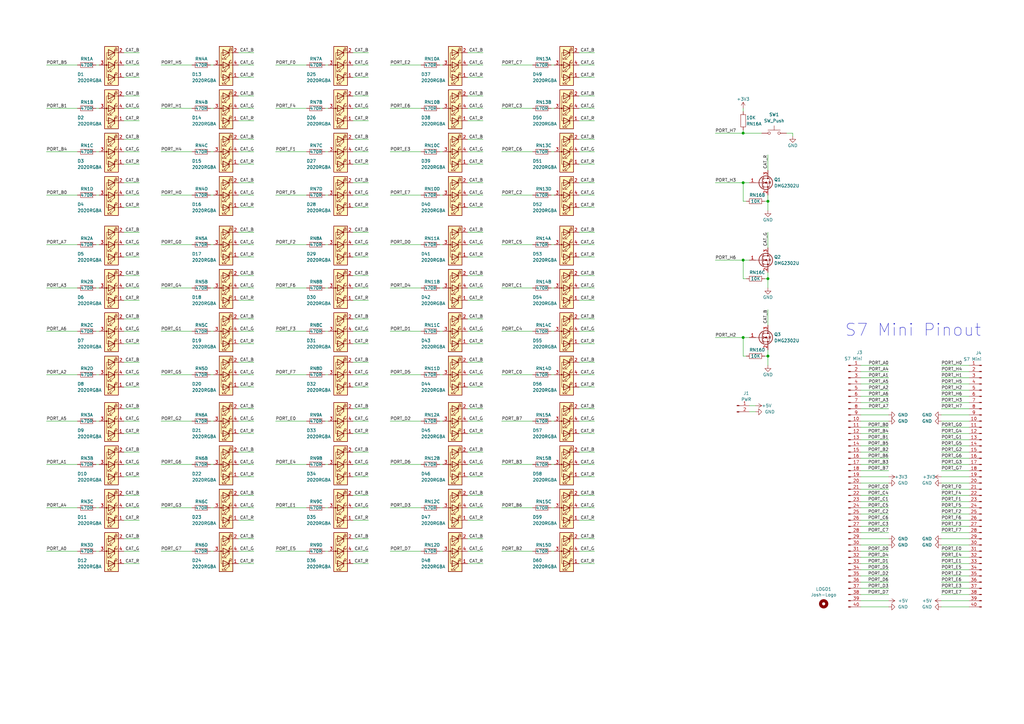
<source format=kicad_sch>
(kicad_sch (version 20200828) (generator eeschema)
  (page 1 1)
  (paper "A3")
  (title_block (title "Quad PMOD") (date "2020-09-20") (rev "0.1"))
  (bus_alias "LED" (members "LED_[0..7]" "LED_R" "LED_G" "LED_B"))
  (bus_alias "USB" (members "USB_D-" "USB_D+" "USB_PU"))
  (bus_alias "HYPERRAM" (members "HR_nRST" "HR_nCS" "HR_CK_N" "HR_RWDS" "HR_DQ[0..7]" "HR_CK"))
  (bus_alias "SD" (members "SD_DAT[0..3]" "SD_CMD" "SD_CLK" "SD_DET"))
  (junction (at 304.8 54.61) (diameter 1.016))
  (junction (at 304.8 74.93) (diameter 1.016))
  (junction (at 304.8 106.68) (diameter 1.016))
  (junction (at 304.8 138.43) (diameter 1.016))
  (junction (at 314.96 82.55) (diameter 1.016))
  (junction (at 314.96 114.3) (diameter 1.016))
  (junction (at 314.96 146.05) (diameter 1.016))
  (wire (pts (xy 19.05 26.67) (xy 31.75 26.67)))
  (wire (pts (xy 19.05 44.45) (xy 31.75 44.45)))
  (wire (pts (xy 19.05 62.23) (xy 31.75 62.23)))
  (wire (pts (xy 19.05 80.01) (xy 31.75 80.01)))
  (wire (pts (xy 19.05 100.33) (xy 31.75 100.33)))
  (wire (pts (xy 19.05 118.11) (xy 31.75 118.11)))
  (wire (pts (xy 19.05 135.89) (xy 31.75 135.89)))
  (wire (pts (xy 19.05 153.67) (xy 31.75 153.67)))
  (wire (pts (xy 19.05 172.72) (xy 31.75 172.72)))
  (wire (pts (xy 19.05 190.5) (xy 31.75 190.5)))
  (wire (pts (xy 19.05 208.28) (xy 31.75 208.28)))
  (wire (pts (xy 19.05 226.06) (xy 31.75 226.06)))
  (wire (pts (xy 39.37 26.67) (xy 40.64 26.67)))
  (wire (pts (xy 39.37 44.45) (xy 40.64 44.45)))
  (wire (pts (xy 39.37 62.23) (xy 40.64 62.23)))
  (wire (pts (xy 39.37 80.01) (xy 40.64 80.01)))
  (wire (pts (xy 39.37 100.33) (xy 40.64 100.33)))
  (wire (pts (xy 39.37 118.11) (xy 40.64 118.11)))
  (wire (pts (xy 39.37 135.89) (xy 40.64 135.89)))
  (wire (pts (xy 39.37 153.67) (xy 40.64 153.67)))
  (wire (pts (xy 39.37 172.72) (xy 40.64 172.72)))
  (wire (pts (xy 39.37 190.5) (xy 40.64 190.5)))
  (wire (pts (xy 39.37 208.28) (xy 40.64 208.28)))
  (wire (pts (xy 39.37 226.06) (xy 40.64 226.06)))
  (wire (pts (xy 50.8 21.59) (xy 57.15 21.59)))
  (wire (pts (xy 50.8 26.67) (xy 57.15 26.67)))
  (wire (pts (xy 50.8 31.75) (xy 57.15 31.75)))
  (wire (pts (xy 50.8 39.37) (xy 57.15 39.37)))
  (wire (pts (xy 50.8 44.45) (xy 57.15 44.45)))
  (wire (pts (xy 50.8 49.53) (xy 57.15 49.53)))
  (wire (pts (xy 50.8 57.15) (xy 57.15 57.15)))
  (wire (pts (xy 50.8 62.23) (xy 57.15 62.23)))
  (wire (pts (xy 50.8 67.31) (xy 57.15 67.31)))
  (wire (pts (xy 50.8 74.93) (xy 57.15 74.93)))
  (wire (pts (xy 50.8 80.01) (xy 57.15 80.01)))
  (wire (pts (xy 50.8 85.09) (xy 57.15 85.09)))
  (wire (pts (xy 50.8 95.25) (xy 57.15 95.25)))
  (wire (pts (xy 50.8 100.33) (xy 57.15 100.33)))
  (wire (pts (xy 50.8 105.41) (xy 57.15 105.41)))
  (wire (pts (xy 50.8 113.03) (xy 57.15 113.03)))
  (wire (pts (xy 50.8 118.11) (xy 57.15 118.11)))
  (wire (pts (xy 50.8 123.19) (xy 57.15 123.19)))
  (wire (pts (xy 50.8 130.81) (xy 57.15 130.81)))
  (wire (pts (xy 50.8 135.89) (xy 57.15 135.89)))
  (wire (pts (xy 50.8 140.97) (xy 57.15 140.97)))
  (wire (pts (xy 50.8 148.59) (xy 57.15 148.59)))
  (wire (pts (xy 50.8 153.67) (xy 57.15 153.67)))
  (wire (pts (xy 50.8 158.75) (xy 57.15 158.75)))
  (wire (pts (xy 50.8 167.64) (xy 57.15 167.64)))
  (wire (pts (xy 50.8 172.72) (xy 57.15 172.72)))
  (wire (pts (xy 50.8 177.8) (xy 57.15 177.8)))
  (wire (pts (xy 50.8 185.42) (xy 57.15 185.42)))
  (wire (pts (xy 50.8 190.5) (xy 57.15 190.5)))
  (wire (pts (xy 50.8 195.58) (xy 57.15 195.58)))
  (wire (pts (xy 50.8 203.2) (xy 57.15 203.2)))
  (wire (pts (xy 50.8 208.28) (xy 57.15 208.28)))
  (wire (pts (xy 50.8 213.36) (xy 57.15 213.36)))
  (wire (pts (xy 50.8 220.98) (xy 57.15 220.98)))
  (wire (pts (xy 50.8 226.06) (xy 57.15 226.06)))
  (wire (pts (xy 50.8 231.14) (xy 57.15 231.14)))
  (wire (pts (xy 66.04 26.67) (xy 78.74 26.67)))
  (wire (pts (xy 66.04 44.45) (xy 78.74 44.45)))
  (wire (pts (xy 66.04 62.23) (xy 78.74 62.23)))
  (wire (pts (xy 66.04 80.01) (xy 78.74 80.01)))
  (wire (pts (xy 66.04 100.33) (xy 78.74 100.33)))
  (wire (pts (xy 66.04 118.11) (xy 78.74 118.11)))
  (wire (pts (xy 66.04 135.89) (xy 78.74 135.89)))
  (wire (pts (xy 66.04 153.67) (xy 78.74 153.67)))
  (wire (pts (xy 66.04 172.72) (xy 78.74 172.72)))
  (wire (pts (xy 66.04 190.5) (xy 78.74 190.5)))
  (wire (pts (xy 66.04 208.28) (xy 78.74 208.28)))
  (wire (pts (xy 66.04 226.06) (xy 78.74 226.06)))
  (wire (pts (xy 86.36 26.67) (xy 87.63 26.67)))
  (wire (pts (xy 86.36 44.45) (xy 87.63 44.45)))
  (wire (pts (xy 86.36 62.23) (xy 87.63 62.23)))
  (wire (pts (xy 86.36 80.01) (xy 87.63 80.01)))
  (wire (pts (xy 86.36 100.33) (xy 87.63 100.33)))
  (wire (pts (xy 86.36 118.11) (xy 87.63 118.11)))
  (wire (pts (xy 86.36 135.89) (xy 87.63 135.89)))
  (wire (pts (xy 86.36 153.67) (xy 87.63 153.67)))
  (wire (pts (xy 86.36 172.72) (xy 87.63 172.72)))
  (wire (pts (xy 86.36 190.5) (xy 87.63 190.5)))
  (wire (pts (xy 86.36 208.28) (xy 87.63 208.28)))
  (wire (pts (xy 86.36 226.06) (xy 87.63 226.06)))
  (wire (pts (xy 97.79 21.59) (xy 104.14 21.59)))
  (wire (pts (xy 97.79 26.67) (xy 104.14 26.67)))
  (wire (pts (xy 97.79 31.75) (xy 104.14 31.75)))
  (wire (pts (xy 97.79 39.37) (xy 104.14 39.37)))
  (wire (pts (xy 97.79 44.45) (xy 104.14 44.45)))
  (wire (pts (xy 97.79 49.53) (xy 104.14 49.53)))
  (wire (pts (xy 97.79 57.15) (xy 104.14 57.15)))
  (wire (pts (xy 97.79 62.23) (xy 104.14 62.23)))
  (wire (pts (xy 97.79 67.31) (xy 104.14 67.31)))
  (wire (pts (xy 97.79 74.93) (xy 104.14 74.93)))
  (wire (pts (xy 97.79 80.01) (xy 104.14 80.01)))
  (wire (pts (xy 97.79 85.09) (xy 104.14 85.09)))
  (wire (pts (xy 97.79 95.25) (xy 104.14 95.25)))
  (wire (pts (xy 97.79 100.33) (xy 104.14 100.33)))
  (wire (pts (xy 97.79 105.41) (xy 104.14 105.41)))
  (wire (pts (xy 97.79 113.03) (xy 104.14 113.03)))
  (wire (pts (xy 97.79 118.11) (xy 104.14 118.11)))
  (wire (pts (xy 97.79 123.19) (xy 104.14 123.19)))
  (wire (pts (xy 97.79 130.81) (xy 104.14 130.81)))
  (wire (pts (xy 97.79 135.89) (xy 104.14 135.89)))
  (wire (pts (xy 97.79 140.97) (xy 104.14 140.97)))
  (wire (pts (xy 97.79 148.59) (xy 104.14 148.59)))
  (wire (pts (xy 97.79 153.67) (xy 104.14 153.67)))
  (wire (pts (xy 97.79 158.75) (xy 104.14 158.75)))
  (wire (pts (xy 97.79 167.64) (xy 104.14 167.64)))
  (wire (pts (xy 97.79 172.72) (xy 104.14 172.72)))
  (wire (pts (xy 97.79 177.8) (xy 104.14 177.8)))
  (wire (pts (xy 97.79 185.42) (xy 104.14 185.42)))
  (wire (pts (xy 97.79 190.5) (xy 104.14 190.5)))
  (wire (pts (xy 97.79 195.58) (xy 104.14 195.58)))
  (wire (pts (xy 97.79 203.2) (xy 104.14 203.2)))
  (wire (pts (xy 97.79 208.28) (xy 104.14 208.28)))
  (wire (pts (xy 97.79 213.36) (xy 104.14 213.36)))
  (wire (pts (xy 97.79 220.98) (xy 104.14 220.98)))
  (wire (pts (xy 97.79 226.06) (xy 104.14 226.06)))
  (wire (pts (xy 97.79 231.14) (xy 104.14 231.14)))
  (wire (pts (xy 113.03 26.67) (xy 125.73 26.67)))
  (wire (pts (xy 113.03 44.45) (xy 125.73 44.45)))
  (wire (pts (xy 113.03 62.23) (xy 125.73 62.23)))
  (wire (pts (xy 113.03 80.01) (xy 125.73 80.01)))
  (wire (pts (xy 113.03 100.33) (xy 125.73 100.33)))
  (wire (pts (xy 113.03 118.11) (xy 125.73 118.11)))
  (wire (pts (xy 113.03 135.89) (xy 125.73 135.89)))
  (wire (pts (xy 113.03 153.67) (xy 125.73 153.67)))
  (wire (pts (xy 113.03 172.72) (xy 125.73 172.72)))
  (wire (pts (xy 113.03 190.5) (xy 125.73 190.5)))
  (wire (pts (xy 113.03 208.28) (xy 125.73 208.28)))
  (wire (pts (xy 113.03 226.06) (xy 125.73 226.06)))
  (wire (pts (xy 133.35 26.67) (xy 134.62 26.67)))
  (wire (pts (xy 133.35 44.45) (xy 134.62 44.45)))
  (wire (pts (xy 133.35 62.23) (xy 134.62 62.23)))
  (wire (pts (xy 133.35 80.01) (xy 134.62 80.01)))
  (wire (pts (xy 133.35 100.33) (xy 134.62 100.33)))
  (wire (pts (xy 133.35 118.11) (xy 134.62 118.11)))
  (wire (pts (xy 133.35 135.89) (xy 134.62 135.89)))
  (wire (pts (xy 133.35 153.67) (xy 134.62 153.67)))
  (wire (pts (xy 133.35 172.72) (xy 134.62 172.72)))
  (wire (pts (xy 133.35 190.5) (xy 134.62 190.5)))
  (wire (pts (xy 133.35 208.28) (xy 134.62 208.28)))
  (wire (pts (xy 133.35 226.06) (xy 134.62 226.06)))
  (wire (pts (xy 144.78 21.59) (xy 151.13 21.59)))
  (wire (pts (xy 144.78 26.67) (xy 151.13 26.67)))
  (wire (pts (xy 144.78 31.75) (xy 151.13 31.75)))
  (wire (pts (xy 144.78 39.37) (xy 151.13 39.37)))
  (wire (pts (xy 144.78 44.45) (xy 151.13 44.45)))
  (wire (pts (xy 144.78 49.53) (xy 151.13 49.53)))
  (wire (pts (xy 144.78 57.15) (xy 151.13 57.15)))
  (wire (pts (xy 144.78 62.23) (xy 151.13 62.23)))
  (wire (pts (xy 144.78 67.31) (xy 151.13 67.31)))
  (wire (pts (xy 144.78 74.93) (xy 151.13 74.93)))
  (wire (pts (xy 144.78 80.01) (xy 151.13 80.01)))
  (wire (pts (xy 144.78 85.09) (xy 151.13 85.09)))
  (wire (pts (xy 144.78 95.25) (xy 151.13 95.25)))
  (wire (pts (xy 144.78 100.33) (xy 151.13 100.33)))
  (wire (pts (xy 144.78 105.41) (xy 151.13 105.41)))
  (wire (pts (xy 144.78 113.03) (xy 151.13 113.03)))
  (wire (pts (xy 144.78 118.11) (xy 151.13 118.11)))
  (wire (pts (xy 144.78 123.19) (xy 151.13 123.19)))
  (wire (pts (xy 144.78 130.81) (xy 151.13 130.81)))
  (wire (pts (xy 144.78 135.89) (xy 151.13 135.89)))
  (wire (pts (xy 144.78 140.97) (xy 151.13 140.97)))
  (wire (pts (xy 144.78 148.59) (xy 151.13 148.59)))
  (wire (pts (xy 144.78 153.67) (xy 151.13 153.67)))
  (wire (pts (xy 144.78 158.75) (xy 151.13 158.75)))
  (wire (pts (xy 144.78 167.64) (xy 151.13 167.64)))
  (wire (pts (xy 144.78 172.72) (xy 151.13 172.72)))
  (wire (pts (xy 144.78 177.8) (xy 151.13 177.8)))
  (wire (pts (xy 144.78 185.42) (xy 151.13 185.42)))
  (wire (pts (xy 144.78 190.5) (xy 151.13 190.5)))
  (wire (pts (xy 144.78 195.58) (xy 151.13 195.58)))
  (wire (pts (xy 144.78 203.2) (xy 151.13 203.2)))
  (wire (pts (xy 144.78 208.28) (xy 151.13 208.28)))
  (wire (pts (xy 144.78 213.36) (xy 151.13 213.36)))
  (wire (pts (xy 144.78 220.98) (xy 151.13 220.98)))
  (wire (pts (xy 144.78 226.06) (xy 151.13 226.06)))
  (wire (pts (xy 144.78 231.14) (xy 151.13 231.14)))
  (wire (pts (xy 160.02 26.67) (xy 172.72 26.67)))
  (wire (pts (xy 160.02 44.45) (xy 172.72 44.45)))
  (wire (pts (xy 160.02 62.23) (xy 172.72 62.23)))
  (wire (pts (xy 160.02 80.01) (xy 172.72 80.01)))
  (wire (pts (xy 160.02 100.33) (xy 172.72 100.33)))
  (wire (pts (xy 160.02 118.11) (xy 172.72 118.11)))
  (wire (pts (xy 160.02 135.89) (xy 172.72 135.89)))
  (wire (pts (xy 160.02 153.67) (xy 172.72 153.67)))
  (wire (pts (xy 160.02 172.72) (xy 172.72 172.72)))
  (wire (pts (xy 160.02 190.5) (xy 172.72 190.5)))
  (wire (pts (xy 160.02 208.28) (xy 172.72 208.28)))
  (wire (pts (xy 160.02 226.06) (xy 172.72 226.06)))
  (wire (pts (xy 180.34 26.67) (xy 181.61 26.67)))
  (wire (pts (xy 180.34 44.45) (xy 181.61 44.45)))
  (wire (pts (xy 180.34 62.23) (xy 181.61 62.23)))
  (wire (pts (xy 180.34 80.01) (xy 181.61 80.01)))
  (wire (pts (xy 180.34 100.33) (xy 181.61 100.33)))
  (wire (pts (xy 180.34 118.11) (xy 181.61 118.11)))
  (wire (pts (xy 180.34 135.89) (xy 181.61 135.89)))
  (wire (pts (xy 180.34 153.67) (xy 181.61 153.67)))
  (wire (pts (xy 180.34 172.72) (xy 181.61 172.72)))
  (wire (pts (xy 180.34 190.5) (xy 181.61 190.5)))
  (wire (pts (xy 180.34 208.28) (xy 181.61 208.28)))
  (wire (pts (xy 180.34 226.06) (xy 181.61 226.06)))
  (wire (pts (xy 191.77 21.59) (xy 198.12 21.59)))
  (wire (pts (xy 191.77 26.67) (xy 198.12 26.67)))
  (wire (pts (xy 191.77 31.75) (xy 198.12 31.75)))
  (wire (pts (xy 191.77 39.37) (xy 198.12 39.37)))
  (wire (pts (xy 191.77 44.45) (xy 198.12 44.45)))
  (wire (pts (xy 191.77 49.53) (xy 198.12 49.53)))
  (wire (pts (xy 191.77 57.15) (xy 198.12 57.15)))
  (wire (pts (xy 191.77 62.23) (xy 198.12 62.23)))
  (wire (pts (xy 191.77 67.31) (xy 198.12 67.31)))
  (wire (pts (xy 191.77 74.93) (xy 198.12 74.93)))
  (wire (pts (xy 191.77 80.01) (xy 198.12 80.01)))
  (wire (pts (xy 191.77 85.09) (xy 198.12 85.09)))
  (wire (pts (xy 191.77 95.25) (xy 198.12 95.25)))
  (wire (pts (xy 191.77 100.33) (xy 198.12 100.33)))
  (wire (pts (xy 191.77 105.41) (xy 198.12 105.41)))
  (wire (pts (xy 191.77 113.03) (xy 198.12 113.03)))
  (wire (pts (xy 191.77 118.11) (xy 198.12 118.11)))
  (wire (pts (xy 191.77 123.19) (xy 198.12 123.19)))
  (wire (pts (xy 191.77 130.81) (xy 198.12 130.81)))
  (wire (pts (xy 191.77 135.89) (xy 198.12 135.89)))
  (wire (pts (xy 191.77 140.97) (xy 198.12 140.97)))
  (wire (pts (xy 191.77 148.59) (xy 198.12 148.59)))
  (wire (pts (xy 191.77 153.67) (xy 198.12 153.67)))
  (wire (pts (xy 191.77 158.75) (xy 198.12 158.75)))
  (wire (pts (xy 191.77 167.64) (xy 198.12 167.64)))
  (wire (pts (xy 191.77 172.72) (xy 198.12 172.72)))
  (wire (pts (xy 191.77 177.8) (xy 198.12 177.8)))
  (wire (pts (xy 191.77 185.42) (xy 198.12 185.42)))
  (wire (pts (xy 191.77 190.5) (xy 198.12 190.5)))
  (wire (pts (xy 191.77 195.58) (xy 198.12 195.58)))
  (wire (pts (xy 191.77 203.2) (xy 198.12 203.2)))
  (wire (pts (xy 191.77 208.28) (xy 198.12 208.28)))
  (wire (pts (xy 191.77 213.36) (xy 198.12 213.36)))
  (wire (pts (xy 191.77 220.98) (xy 198.12 220.98)))
  (wire (pts (xy 191.77 226.06) (xy 198.12 226.06)))
  (wire (pts (xy 191.77 231.14) (xy 198.12 231.14)))
  (wire (pts (xy 205.74 26.67) (xy 218.44 26.67)))
  (wire (pts (xy 205.74 44.45) (xy 218.44 44.45)))
  (wire (pts (xy 205.74 62.23) (xy 218.44 62.23)))
  (wire (pts (xy 205.74 80.01) (xy 218.44 80.01)))
  (wire (pts (xy 205.74 100.33) (xy 218.44 100.33)))
  (wire (pts (xy 205.74 118.11) (xy 218.44 118.11)))
  (wire (pts (xy 205.74 135.89) (xy 218.44 135.89)))
  (wire (pts (xy 205.74 153.67) (xy 218.44 153.67)))
  (wire (pts (xy 205.74 172.72) (xy 218.44 172.72)))
  (wire (pts (xy 205.74 190.5) (xy 218.44 190.5)))
  (wire (pts (xy 205.74 208.28) (xy 218.44 208.28)))
  (wire (pts (xy 205.74 226.06) (xy 218.44 226.06)))
  (wire (pts (xy 226.06 26.67) (xy 227.33 26.67)))
  (wire (pts (xy 226.06 44.45) (xy 227.33 44.45)))
  (wire (pts (xy 226.06 62.23) (xy 227.33 62.23)))
  (wire (pts (xy 226.06 80.01) (xy 227.33 80.01)))
  (wire (pts (xy 226.06 100.33) (xy 227.33 100.33)))
  (wire (pts (xy 226.06 118.11) (xy 227.33 118.11)))
  (wire (pts (xy 226.06 135.89) (xy 227.33 135.89)))
  (wire (pts (xy 226.06 153.67) (xy 227.33 153.67)))
  (wire (pts (xy 226.06 172.72) (xy 227.33 172.72)))
  (wire (pts (xy 226.06 190.5) (xy 227.33 190.5)))
  (wire (pts (xy 226.06 208.28) (xy 227.33 208.28)))
  (wire (pts (xy 226.06 226.06) (xy 227.33 226.06)))
  (wire (pts (xy 237.49 21.59) (xy 243.84 21.59)))
  (wire (pts (xy 237.49 26.67) (xy 243.84 26.67)))
  (wire (pts (xy 237.49 31.75) (xy 243.84 31.75)))
  (wire (pts (xy 237.49 39.37) (xy 243.84 39.37)))
  (wire (pts (xy 237.49 44.45) (xy 243.84 44.45)))
  (wire (pts (xy 237.49 49.53) (xy 243.84 49.53)))
  (wire (pts (xy 237.49 57.15) (xy 243.84 57.15)))
  (wire (pts (xy 237.49 62.23) (xy 243.84 62.23)))
  (wire (pts (xy 237.49 67.31) (xy 243.84 67.31)))
  (wire (pts (xy 237.49 74.93) (xy 243.84 74.93)))
  (wire (pts (xy 237.49 80.01) (xy 243.84 80.01)))
  (wire (pts (xy 237.49 85.09) (xy 243.84 85.09)))
  (wire (pts (xy 237.49 95.25) (xy 243.84 95.25)))
  (wire (pts (xy 237.49 100.33) (xy 243.84 100.33)))
  (wire (pts (xy 237.49 105.41) (xy 243.84 105.41)))
  (wire (pts (xy 237.49 113.03) (xy 243.84 113.03)))
  (wire (pts (xy 237.49 118.11) (xy 243.84 118.11)))
  (wire (pts (xy 237.49 123.19) (xy 243.84 123.19)))
  (wire (pts (xy 237.49 130.81) (xy 243.84 130.81)))
  (wire (pts (xy 237.49 135.89) (xy 243.84 135.89)))
  (wire (pts (xy 237.49 140.97) (xy 243.84 140.97)))
  (wire (pts (xy 237.49 148.59) (xy 243.84 148.59)))
  (wire (pts (xy 237.49 153.67) (xy 243.84 153.67)))
  (wire (pts (xy 237.49 158.75) (xy 243.84 158.75)))
  (wire (pts (xy 237.49 167.64) (xy 243.84 167.64)))
  (wire (pts (xy 237.49 172.72) (xy 243.84 172.72)))
  (wire (pts (xy 237.49 177.8) (xy 243.84 177.8)))
  (wire (pts (xy 237.49 185.42) (xy 243.84 185.42)))
  (wire (pts (xy 237.49 190.5) (xy 243.84 190.5)))
  (wire (pts (xy 237.49 195.58) (xy 243.84 195.58)))
  (wire (pts (xy 237.49 203.2) (xy 243.84 203.2)))
  (wire (pts (xy 237.49 208.28) (xy 243.84 208.28)))
  (wire (pts (xy 237.49 213.36) (xy 243.84 213.36)))
  (wire (pts (xy 237.49 220.98) (xy 243.84 220.98)))
  (wire (pts (xy 237.49 226.06) (xy 243.84 226.06)))
  (wire (pts (xy 237.49 231.14) (xy 243.84 231.14)))
  (wire (pts (xy 293.37 54.61) (xy 300.99 54.61)))
  (wire (pts (xy 293.37 74.93) (xy 297.18 74.93)))
  (wire (pts (xy 293.37 106.68) (xy 297.18 106.68)))
  (wire (pts (xy 293.37 138.43) (xy 297.18 138.43)))
  (wire (pts (xy 297.18 74.93) (xy 304.8 74.93)))
  (wire (pts (xy 297.18 106.68) (xy 304.8 106.68)))
  (wire (pts (xy 297.18 138.43) (xy 304.8 138.43)))
  (wire (pts (xy 300.99 54.61) (xy 304.8 54.61)))
  (wire (pts (xy 304.8 44.45) (xy 304.8 45.72)))
  (wire (pts (xy 304.8 54.61) (xy 304.8 53.34)))
  (wire (pts (xy 304.8 74.93) (xy 307.34 74.93)))
  (wire (pts (xy 304.8 82.55) (xy 304.8 74.93)))
  (wire (pts (xy 304.8 106.68) (xy 307.34 106.68)))
  (wire (pts (xy 304.8 114.3) (xy 304.8 106.68)))
  (wire (pts (xy 304.8 138.43) (xy 307.34 138.43)))
  (wire (pts (xy 304.8 146.05) (xy 304.8 138.43)))
  (wire (pts (xy 306.07 82.55) (xy 304.8 82.55)))
  (wire (pts (xy 306.07 114.3) (xy 304.8 114.3)))
  (wire (pts (xy 306.07 146.05) (xy 304.8 146.05)))
  (wire (pts (xy 307.34 166.37) (xy 309.88 166.37)))
  (wire (pts (xy 307.34 168.91) (xy 309.88 168.91)))
  (wire (pts (xy 312.42 54.61) (xy 304.8 54.61)))
  (wire (pts (xy 314.96 69.85) (xy 314.96 63.5)))
  (wire (pts (xy 314.96 80.01) (xy 314.96 82.55)))
  (wire (pts (xy 314.96 82.55) (xy 313.69 82.55)))
  (wire (pts (xy 314.96 82.55) (xy 314.96 86.36)))
  (wire (pts (xy 314.96 101.6) (xy 314.96 95.25)))
  (wire (pts (xy 314.96 111.76) (xy 314.96 114.3)))
  (wire (pts (xy 314.96 114.3) (xy 313.69 114.3)))
  (wire (pts (xy 314.96 114.3) (xy 314.96 118.11)))
  (wire (pts (xy 314.96 133.35) (xy 314.96 127)))
  (wire (pts (xy 314.96 143.51) (xy 314.96 146.05)))
  (wire (pts (xy 314.96 146.05) (xy 313.69 146.05)))
  (wire (pts (xy 314.96 146.05) (xy 314.96 149.86)))
  (wire (pts (xy 322.58 54.61) (xy 325.12 54.61)))
  (wire (pts (xy 325.12 54.61) (xy 325.12 55.88)))
  (wire (pts (xy 353.06 149.86) (xy 364.49 149.86)))
  (wire (pts (xy 353.06 152.4) (xy 364.49 152.4)))
  (wire (pts (xy 353.06 154.94) (xy 364.49 154.94)))
  (wire (pts (xy 353.06 157.48) (xy 364.49 157.48)))
  (wire (pts (xy 353.06 160.02) (xy 364.49 160.02)))
  (wire (pts (xy 353.06 162.56) (xy 364.49 162.56)))
  (wire (pts (xy 353.06 165.1) (xy 364.49 165.1)))
  (wire (pts (xy 353.06 167.64) (xy 364.49 167.64)))
  (wire (pts (xy 353.06 170.18) (xy 364.49 170.18)))
  (wire (pts (xy 353.06 172.72) (xy 364.49 172.72)))
  (wire (pts (xy 353.06 175.26) (xy 364.49 175.26)))
  (wire (pts (xy 353.06 177.8) (xy 364.49 177.8)))
  (wire (pts (xy 353.06 180.34) (xy 364.49 180.34)))
  (wire (pts (xy 353.06 182.88) (xy 364.49 182.88)))
  (wire (pts (xy 353.06 185.42) (xy 364.49 185.42)))
  (wire (pts (xy 353.06 187.96) (xy 364.49 187.96)))
  (wire (pts (xy 353.06 190.5) (xy 364.49 190.5)))
  (wire (pts (xy 353.06 193.04) (xy 364.49 193.04)))
  (wire (pts (xy 353.06 195.58) (xy 364.49 195.58)))
  (wire (pts (xy 353.06 198.12) (xy 364.49 198.12)))
  (wire (pts (xy 353.06 200.66) (xy 364.49 200.66)))
  (wire (pts (xy 353.06 203.2) (xy 364.49 203.2)))
  (wire (pts (xy 353.06 205.74) (xy 364.49 205.74)))
  (wire (pts (xy 353.06 208.28) (xy 364.49 208.28)))
  (wire (pts (xy 353.06 210.82) (xy 364.49 210.82)))
  (wire (pts (xy 353.06 213.36) (xy 364.49 213.36)))
  (wire (pts (xy 353.06 215.9) (xy 364.49 215.9)))
  (wire (pts (xy 353.06 218.44) (xy 364.49 218.44)))
  (wire (pts (xy 353.06 220.98) (xy 364.49 220.98)))
  (wire (pts (xy 353.06 223.52) (xy 364.49 223.52)))
  (wire (pts (xy 353.06 226.06) (xy 364.49 226.06)))
  (wire (pts (xy 353.06 228.6) (xy 364.49 228.6)))
  (wire (pts (xy 353.06 231.14) (xy 364.49 231.14)))
  (wire (pts (xy 353.06 233.68) (xy 364.49 233.68)))
  (wire (pts (xy 353.06 236.22) (xy 364.49 236.22)))
  (wire (pts (xy 353.06 238.76) (xy 364.49 238.76)))
  (wire (pts (xy 353.06 241.3) (xy 364.49 241.3)))
  (wire (pts (xy 353.06 243.84) (xy 364.49 243.84)))
  (wire (pts (xy 353.06 246.38) (xy 364.49 246.38)))
  (wire (pts (xy 353.06 248.92) (xy 364.49 248.92)))
  (wire (pts (xy 386.08 149.86) (xy 397.51 149.86)))
  (wire (pts (xy 386.08 152.4) (xy 397.51 152.4)))
  (wire (pts (xy 386.08 154.94) (xy 397.51 154.94)))
  (wire (pts (xy 386.08 157.48) (xy 397.51 157.48)))
  (wire (pts (xy 386.08 160.02) (xy 397.51 160.02)))
  (wire (pts (xy 386.08 162.56) (xy 397.51 162.56)))
  (wire (pts (xy 386.08 165.1) (xy 397.51 165.1)))
  (wire (pts (xy 386.08 167.64) (xy 397.51 167.64)))
  (wire (pts (xy 386.08 170.18) (xy 397.51 170.18)))
  (wire (pts (xy 386.08 172.72) (xy 397.51 172.72)))
  (wire (pts (xy 386.08 175.26) (xy 397.51 175.26)))
  (wire (pts (xy 386.08 177.8) (xy 397.51 177.8)))
  (wire (pts (xy 386.08 180.34) (xy 397.51 180.34)))
  (wire (pts (xy 386.08 182.88) (xy 397.51 182.88)))
  (wire (pts (xy 386.08 185.42) (xy 397.51 185.42)))
  (wire (pts (xy 386.08 187.96) (xy 397.51 187.96)))
  (wire (pts (xy 386.08 190.5) (xy 397.51 190.5)))
  (wire (pts (xy 386.08 193.04) (xy 397.51 193.04)))
  (wire (pts (xy 386.08 195.58) (xy 397.51 195.58)))
  (wire (pts (xy 386.08 198.12) (xy 397.51 198.12)))
  (wire (pts (xy 386.08 200.66) (xy 397.51 200.66)))
  (wire (pts (xy 386.08 203.2) (xy 397.51 203.2)))
  (wire (pts (xy 386.08 205.74) (xy 397.51 205.74)))
  (wire (pts (xy 386.08 208.28) (xy 397.51 208.28)))
  (wire (pts (xy 386.08 210.82) (xy 397.51 210.82)))
  (wire (pts (xy 386.08 213.36) (xy 397.51 213.36)))
  (wire (pts (xy 386.08 215.9) (xy 397.51 215.9)))
  (wire (pts (xy 386.08 218.44) (xy 397.51 218.44)))
  (wire (pts (xy 386.08 220.98) (xy 397.51 220.98)))
  (wire (pts (xy 386.08 223.52) (xy 397.51 223.52)))
  (wire (pts (xy 386.08 226.06) (xy 397.51 226.06)))
  (wire (pts (xy 386.08 228.6) (xy 397.51 228.6)))
  (wire (pts (xy 386.08 231.14) (xy 397.51 231.14)))
  (wire (pts (xy 386.08 233.68) (xy 397.51 233.68)))
  (wire (pts (xy 386.08 236.22) (xy 397.51 236.22)))
  (wire (pts (xy 386.08 238.76) (xy 397.51 238.76)))
  (wire (pts (xy 386.08 241.3) (xy 397.51 241.3)))
  (wire (pts (xy 386.08 243.84) (xy 397.51 243.84)))
  (wire (pts (xy 386.08 248.92) (xy 397.51 248.92)))
  (wire (pts (xy 397.51 246.38) (xy 386.08 246.38)))
  (text "S7 Mini Pinout" (at 402.59 138.43 180) (effects (font (size 5 5)) (justify right bottom)))
  (label "PORT_B5" (at 19.05 26.67 0))
  (label "PORT_B1" (at 19.05 44.45 0))
  (label "PORT_B4" (at 19.05 62.23 0))
  (label "PORT_B0" (at 19.05 80.01 0))
  (label "PORT_A7" (at 19.05 100.33 0))
  (label "PORT_A3" (at 19.05 118.11 0))
  (label "PORT_A6" (at 19.05 135.89 0))
  (label "PORT_A2" (at 19.05 153.67 0))
  (label "PORT_A5" (at 19.05 172.72 0))
  (label "PORT_A1" (at 19.05 190.5 0))
  (label "PORT_A4" (at 19.05 208.28 0))
  (label "PORT_A0" (at 19.05 226.06 0))
  (label "CAT_B" (at 57.15 21.59 180))
  (label "CAT_G" (at 57.15 26.67 180))
  (label "CAT_R" (at 57.15 31.75 180))
  (label "CAT_B" (at 57.15 39.37 180))
  (label "CAT_G" (at 57.15 44.45 180))
  (label "CAT_R" (at 57.15 49.53 180))
  (label "CAT_B" (at 57.15 57.15 180))
  (label "CAT_G" (at 57.15 62.23 180))
  (label "CAT_R" (at 57.15 67.31 180))
  (label "CAT_B" (at 57.15 74.93 180))
  (label "CAT_G" (at 57.15 80.01 180))
  (label "CAT_R" (at 57.15 85.09 180))
  (label "CAT_B" (at 57.15 95.25 180))
  (label "CAT_G" (at 57.15 100.33 180))
  (label "CAT_R" (at 57.15 105.41 180))
  (label "CAT_B" (at 57.15 113.03 180))
  (label "CAT_G" (at 57.15 118.11 180))
  (label "CAT_R" (at 57.15 123.19 180))
  (label "CAT_B" (at 57.15 130.81 180))
  (label "CAT_G" (at 57.15 135.89 180))
  (label "CAT_R" (at 57.15 140.97 180))
  (label "CAT_B" (at 57.15 148.59 180))
  (label "CAT_G" (at 57.15 153.67 180))
  (label "CAT_R" (at 57.15 158.75 180))
  (label "CAT_B" (at 57.15 167.64 180))
  (label "CAT_G" (at 57.15 172.72 180))
  (label "CAT_R" (at 57.15 177.8 180))
  (label "CAT_B" (at 57.15 185.42 180))
  (label "CAT_G" (at 57.15 190.5 180))
  (label "CAT_R" (at 57.15 195.58 180))
  (label "CAT_B" (at 57.15 203.2 180))
  (label "CAT_G" (at 57.15 208.28 180))
  (label "CAT_R" (at 57.15 213.36 180))
  (label "CAT_B" (at 57.15 220.98 180))
  (label "CAT_G" (at 57.15 226.06 180))
  (label "CAT_R" (at 57.15 231.14 180))
  (label "PORT_H5" (at 66.04 26.67 0))
  (label "PORT_H1" (at 66.04 44.45 0))
  (label "PORT_H4" (at 66.04 62.23 0))
  (label "PORT_H0" (at 66.04 80.01 0))
  (label "PORT_G0" (at 66.04 100.33 0))
  (label "PORT_G4" (at 66.04 118.11 0))
  (label "PORT_G1" (at 66.04 135.89 0))
  (label "PORT_G5" (at 66.04 153.67 0))
  (label "PORT_G2" (at 66.04 172.72 0))
  (label "PORT_G6" (at 66.04 190.5 0))
  (label "PORT_G3" (at 66.04 208.28 0))
  (label "PORT_G7" (at 66.04 226.06 0))
  (label "CAT_B" (at 104.14 21.59 180))
  (label "CAT_G" (at 104.14 26.67 180))
  (label "CAT_R" (at 104.14 31.75 180))
  (label "CAT_B" (at 104.14 39.37 180))
  (label "CAT_G" (at 104.14 44.45 180))
  (label "CAT_R" (at 104.14 49.53 180))
  (label "CAT_B" (at 104.14 57.15 180))
  (label "CAT_G" (at 104.14 62.23 180))
  (label "CAT_R" (at 104.14 67.31 180))
  (label "CAT_B" (at 104.14 74.93 180))
  (label "CAT_G" (at 104.14 80.01 180))
  (label "CAT_R" (at 104.14 85.09 180))
  (label "CAT_B" (at 104.14 95.25 180))
  (label "CAT_G" (at 104.14 100.33 180))
  (label "CAT_R" (at 104.14 105.41 180))
  (label "CAT_B" (at 104.14 113.03 180))
  (label "CAT_G" (at 104.14 118.11 180))
  (label "CAT_R" (at 104.14 123.19 180))
  (label "CAT_B" (at 104.14 130.81 180))
  (label "CAT_G" (at 104.14 135.89 180))
  (label "CAT_R" (at 104.14 140.97 180))
  (label "CAT_B" (at 104.14 148.59 180))
  (label "CAT_G" (at 104.14 153.67 180))
  (label "CAT_R" (at 104.14 158.75 180))
  (label "CAT_B" (at 104.14 167.64 180))
  (label "CAT_G" (at 104.14 172.72 180))
  (label "CAT_R" (at 104.14 177.8 180))
  (label "CAT_B" (at 104.14 185.42 180))
  (label "CAT_G" (at 104.14 190.5 180))
  (label "CAT_R" (at 104.14 195.58 180))
  (label "CAT_B" (at 104.14 203.2 180))
  (label "CAT_G" (at 104.14 208.28 180))
  (label "CAT_R" (at 104.14 213.36 180))
  (label "CAT_B" (at 104.14 220.98 180))
  (label "CAT_G" (at 104.14 226.06 180))
  (label "CAT_R" (at 104.14 231.14 180))
  (label "PORT_F0" (at 113.03 26.67 0))
  (label "PORT_F4" (at 113.03 44.45 0))
  (label "PORT_F1" (at 113.03 62.23 0))
  (label "PORT_F5" (at 113.03 80.01 0))
  (label "PORT_F2" (at 113.03 100.33 0))
  (label "PORT_F6" (at 113.03 118.11 0))
  (label "PORT_F3" (at 113.03 135.89 0))
  (label "PORT_F7" (at 113.03 153.67 0))
  (label "PORT_E0" (at 113.03 172.72 0))
  (label "PORT_E4" (at 113.03 190.5 0))
  (label "PORT_E1" (at 113.03 208.28 0))
  (label "PORT_E5" (at 113.03 226.06 0))
  (label "CAT_B" (at 151.13 21.59 180))
  (label "CAT_G" (at 151.13 26.67 180))
  (label "CAT_R" (at 151.13 31.75 180))
  (label "CAT_B" (at 151.13 39.37 180))
  (label "CAT_G" (at 151.13 44.45 180))
  (label "CAT_R" (at 151.13 49.53 180))
  (label "CAT_B" (at 151.13 57.15 180))
  (label "CAT_G" (at 151.13 62.23 180))
  (label "CAT_R" (at 151.13 67.31 180))
  (label "CAT_B" (at 151.13 74.93 180))
  (label "CAT_G" (at 151.13 80.01 180))
  (label "CAT_R" (at 151.13 85.09 180))
  (label "CAT_B" (at 151.13 95.25 180))
  (label "CAT_G" (at 151.13 100.33 180))
  (label "CAT_R" (at 151.13 105.41 180))
  (label "CAT_B" (at 151.13 113.03 180))
  (label "CAT_G" (at 151.13 118.11 180))
  (label "CAT_R" (at 151.13 123.19 180))
  (label "CAT_B" (at 151.13 130.81 180))
  (label "CAT_G" (at 151.13 135.89 180))
  (label "CAT_R" (at 151.13 140.97 180))
  (label "CAT_B" (at 151.13 148.59 180))
  (label "CAT_G" (at 151.13 153.67 180))
  (label "CAT_R" (at 151.13 158.75 180))
  (label "CAT_B" (at 151.13 167.64 180))
  (label "CAT_G" (at 151.13 172.72 180))
  (label "CAT_R" (at 151.13 177.8 180))
  (label "CAT_B" (at 151.13 185.42 180))
  (label "CAT_G" (at 151.13 190.5 180))
  (label "CAT_R" (at 151.13 195.58 180))
  (label "CAT_B" (at 151.13 203.2 180))
  (label "CAT_G" (at 151.13 208.28 180))
  (label "CAT_R" (at 151.13 213.36 180))
  (label "CAT_B" (at 151.13 220.98 180))
  (label "CAT_G" (at 151.13 226.06 180))
  (label "CAT_R" (at 151.13 231.14 180))
  (label "PORT_E2" (at 160.02 26.67 0))
  (label "PORT_E6" (at 160.02 44.45 0))
  (label "PORT_E3" (at 160.02 62.23 0))
  (label "PORT_E7" (at 160.02 80.01 0))
  (label "PORT_D0" (at 160.02 100.33 0))
  (label "PORT_D4" (at 160.02 118.11 0))
  (label "PORT_D1" (at 160.02 135.89 0))
  (label "PORT_D5" (at 160.02 153.67 0))
  (label "PORT_D2" (at 160.02 172.72 0))
  (label "PORT_D6" (at 160.02 190.5 0))
  (label "PORT_D3" (at 160.02 208.28 0))
  (label "PORT_D7" (at 160.02 226.06 0))
  (label "CAT_B" (at 198.12 21.59 180))
  (label "CAT_G" (at 198.12 26.67 180))
  (label "CAT_R" (at 198.12 31.75 180))
  (label "CAT_B" (at 198.12 39.37 180))
  (label "CAT_G" (at 198.12 44.45 180))
  (label "CAT_R" (at 198.12 49.53 180))
  (label "CAT_B" (at 198.12 57.15 180))
  (label "CAT_G" (at 198.12 62.23 180))
  (label "CAT_R" (at 198.12 67.31 180))
  (label "CAT_B" (at 198.12 74.93 180))
  (label "CAT_G" (at 198.12 80.01 180))
  (label "CAT_R" (at 198.12 85.09 180))
  (label "CAT_B" (at 198.12 95.25 180))
  (label "CAT_G" (at 198.12 100.33 180))
  (label "CAT_R" (at 198.12 105.41 180))
  (label "CAT_B" (at 198.12 113.03 180))
  (label "CAT_G" (at 198.12 118.11 180))
  (label "CAT_R" (at 198.12 123.19 180))
  (label "CAT_B" (at 198.12 130.81 180))
  (label "CAT_G" (at 198.12 135.89 180))
  (label "CAT_R" (at 198.12 140.97 180))
  (label "CAT_B" (at 198.12 148.59 180))
  (label "CAT_G" (at 198.12 153.67 180))
  (label "CAT_R" (at 198.12 158.75 180))
  (label "CAT_B" (at 198.12 167.64 180))
  (label "CAT_G" (at 198.12 172.72 180))
  (label "CAT_R" (at 198.12 177.8 180))
  (label "CAT_B" (at 198.12 185.42 180))
  (label "CAT_G" (at 198.12 190.5 180))
  (label "CAT_R" (at 198.12 195.58 180))
  (label "CAT_B" (at 198.12 203.2 180))
  (label "CAT_G" (at 198.12 208.28 180))
  (label "CAT_R" (at 198.12 213.36 180))
  (label "CAT_B" (at 198.12 220.98 180))
  (label "CAT_G" (at 198.12 226.06 180))
  (label "CAT_R" (at 198.12 231.14 180))
  (label "PORT_C7" (at 205.74 26.67 0))
  (label "PORT_C3" (at 205.74 44.45 0))
  (label "PORT_C6" (at 205.74 62.23 0))
  (label "PORT_C2" (at 205.74 80.01 0))
  (label "PORT_C5" (at 205.74 100.33 0))
  (label "PORT_C1" (at 205.74 118.11 0))
  (label "PORT_C4" (at 205.74 135.89 0))
  (label "PORT_C0" (at 205.74 153.67 0))
  (label "PORT_B7" (at 205.74 172.72 0))
  (label "PORT_B3" (at 205.74 190.5 0))
  (label "PORT_B6" (at 205.74 208.28 0))
  (label "PORT_B2" (at 205.74 226.06 0))
  (label "CAT_B" (at 243.84 21.59 180))
  (label "CAT_G" (at 243.84 26.67 180))
  (label "CAT_R" (at 243.84 31.75 180))
  (label "CAT_B" (at 243.84 39.37 180))
  (label "CAT_G" (at 243.84 44.45 180))
  (label "CAT_R" (at 243.84 49.53 180))
  (label "CAT_B" (at 243.84 57.15 180))
  (label "CAT_G" (at 243.84 62.23 180))
  (label "CAT_R" (at 243.84 67.31 180))
  (label "CAT_B" (at 243.84 74.93 180))
  (label "CAT_G" (at 243.84 80.01 180))
  (label "CAT_R" (at 243.84 85.09 180))
  (label "CAT_B" (at 243.84 95.25 180))
  (label "CAT_G" (at 243.84 100.33 180))
  (label "CAT_R" (at 243.84 105.41 180))
  (label "CAT_B" (at 243.84 113.03 180))
  (label "CAT_G" (at 243.84 118.11 180))
  (label "CAT_R" (at 243.84 123.19 180))
  (label "CAT_B" (at 243.84 130.81 180))
  (label "CAT_G" (at 243.84 135.89 180))
  (label "CAT_R" (at 243.84 140.97 180))
  (label "CAT_B" (at 243.84 148.59 180))
  (label "CAT_G" (at 243.84 153.67 180))
  (label "CAT_R" (at 243.84 158.75 180))
  (label "CAT_B" (at 243.84 167.64 180))
  (label "CAT_G" (at 243.84 172.72 180))
  (label "CAT_R" (at 243.84 177.8 180))
  (label "CAT_B" (at 243.84 185.42 180))
  (label "CAT_G" (at 243.84 190.5 180))
  (label "CAT_R" (at 243.84 195.58 180))
  (label "CAT_B" (at 243.84 203.2 180))
  (label "CAT_G" (at 243.84 208.28 180))
  (label "CAT_R" (at 243.84 213.36 180))
  (label "CAT_B" (at 243.84 220.98 180))
  (label "CAT_G" (at 243.84 226.06 180))
  (label "CAT_R" (at 243.84 231.14 180))
  (label "PORT_H7" (at 293.37 54.61 0))
  (label "PORT_H3" (at 293.37 74.93 0))
  (label "PORT_H6" (at 293.37 106.68 0))
  (label "PORT_H2" (at 293.37 138.43 0))
  (label "CAT_R" (at 314.96 63.5 270))
  (label "CAT_G" (at 314.96 95.25 270))
  (label "CAT_B" (at 314.96 127 270))
  (label "PORT_A0" (at 364.49 149.86 180))
  (label "PORT_A4" (at 364.49 152.4 180))
  (label "PORT_A1" (at 364.49 154.94 180))
  (label "PORT_A5" (at 364.49 157.48 180))
  (label "PORT_A2" (at 364.49 160.02 180))
  (label "PORT_A6" (at 364.49 162.56 180))
  (label "PORT_A3" (at 364.49 165.1 180))
  (label "PORT_A7" (at 364.49 167.64 180))
  (label "PORT_B0" (at 364.49 175.26 180))
  (label "PORT_B4" (at 364.49 177.8 180))
  (label "PORT_B1" (at 364.49 180.34 180))
  (label "PORT_B5" (at 364.49 182.88 180))
  (label "PORT_B2" (at 364.49 185.42 180))
  (label "PORT_B6" (at 364.49 187.96 180))
  (label "PORT_B3" (at 364.49 190.5 180))
  (label "PORT_B7" (at 364.49 193.04 180))
  (label "PORT_C0" (at 364.49 200.66 180))
  (label "PORT_C4" (at 364.49 203.2 180))
  (label "PORT_C1" (at 364.49 205.74 180))
  (label "PORT_C5" (at 364.49 208.28 180))
  (label "PORT_C2" (at 364.49 210.82 180))
  (label "PORT_C6" (at 364.49 213.36 180))
  (label "PORT_C3" (at 364.49 215.9 180))
  (label "PORT_C7" (at 364.49 218.44 180))
  (label "PORT_D0" (at 364.49 226.06 180))
  (label "PORT_D4" (at 364.49 228.6 180))
  (label "PORT_D1" (at 364.49 231.14 180))
  (label "PORT_D5" (at 364.49 233.68 180))
  (label "PORT_D2" (at 364.49 236.22 180))
  (label "PORT_D6" (at 364.49 238.76 180))
  (label "PORT_D3" (at 364.49 241.3 180))
  (label "PORT_D7" (at 364.49 243.84 180))
  (label "PORT_H0" (at 386.08 149.86 0))
  (label "PORT_H4" (at 386.08 152.4 0))
  (label "PORT_H1" (at 386.08 154.94 0))
  (label "PORT_H5" (at 386.08 157.48 0))
  (label "PORT_H2" (at 386.08 160.02 0))
  (label "PORT_H6" (at 386.08 162.56 0))
  (label "PORT_H3" (at 386.08 165.1 0))
  (label "PORT_H7" (at 386.08 167.64 0))
  (label "PORT_G0" (at 386.08 175.26 0))
  (label "PORT_G4" (at 386.08 177.8 0))
  (label "PORT_G1" (at 386.08 180.34 0))
  (label "PORT_G5" (at 386.08 182.88 0))
  (label "PORT_G2" (at 386.08 185.42 0))
  (label "PORT_G6" (at 386.08 187.96 0))
  (label "PORT_G3" (at 386.08 190.5 0))
  (label "PORT_G7" (at 386.08 193.04 0))
  (label "PORT_F0" (at 386.08 200.66 0))
  (label "PORT_F4" (at 386.08 203.2 0))
  (label "PORT_F1" (at 386.08 205.74 0))
  (label "PORT_F5" (at 386.08 208.28 0))
  (label "PORT_F2" (at 386.08 210.82 0))
  (label "PORT_F6" (at 386.08 213.36 0))
  (label "PORT_F3" (at 386.08 215.9 0))
  (label "PORT_F7" (at 386.08 218.44 0))
  (label "PORT_E0" (at 386.08 226.06 0))
  (label "PORT_E4" (at 386.08 228.6 0))
  (label "PORT_E1" (at 386.08 231.14 0))
  (label "PORT_E5" (at 386.08 233.68 0))
  (label "PORT_E2" (at 386.08 236.22 0))
  (label "PORT_E6" (at 386.08 238.76 0))
  (label "PORT_E3" (at 386.08 241.3 0))
  (label "PORT_E7" (at 386.08 243.84 0))
  (symbol (lib_id "power:+3V3") (at 304.8 44.45 0) (unit 1)
    (property "Reference" "#PWR0105" (effects hide))
    (property "Value" "+3V3" (at 304.8 40.64 0))
  )
  (symbol (lib_id "power:+5V") (at 309.88 166.37 270) (unit 1)
    (property "Reference" "#PWR0107" (effects hide))
    (property "Value" "+5V" (at 312.42 166.37 90) (effects (justify left)))
  )
  (symbol (lib_id "power:+3V3") (at 364.49 195.58 270) (unit 1)
    (property "Reference" "#PWR0154" (effects hide))
    (property "Value" "+3V3" (at 369.57 195.58 90))
  )
  (symbol (lib_id "power:+5V") (at 364.49 246.38 270) (unit 1)
    (property "Reference" "#PWR0108" (effects hide))
    (property "Value" "+5V" (at 368.3 246.38 90) (effects (justify left)))
  )
  (symbol (lib_id "power:+3V3") (at 386.08 195.58 90) (mirror x) (unit 1)
    (property "Reference" "#PWR0159" (effects hide))
    (property "Value" "+3V3" (at 381 195.58 90))
  )
  (symbol (lib_id "power:+5V") (at 386.08 246.38 90) (unit 1)
    (property "Reference" "#PWR0109" (effects hide))
    (property "Value" "+5V" (at 382.27 246.38 90) (effects (justify left)))
  )
  (symbol (lib_id "power:GND") (at 309.88 168.91 90) (unit 1)
    (property "Reference" "#PWR0106" (effects hide))
    (property "Value" "GND" (at 313.69 168.91 90) (effects (justify right)))
  )
  (symbol (lib_id "power:GND") (at 314.96 86.36 0) (unit 1)
    (property "Reference" "#PWR0103" (effects hide))
    (property "Value" "GND" (at 314.96 90.17 0))
  )
  (symbol (lib_id "power:GND") (at 314.96 118.11 0) (unit 1)
    (property "Reference" "#PWR0101" (effects hide))
    (property "Value" "GND" (at 314.96 121.92 0))
  )
  (symbol (lib_id "power:GND") (at 314.96 149.86 0) (unit 1)
    (property "Reference" "#PWR0102" (effects hide))
    (property "Value" "GND" (at 314.96 153.67 0))
  )
  (symbol (lib_id "power:GND") (at 325.12 55.88 0) (unit 1)
    (property "Reference" "#PWR0104" (effects hide))
    (property "Value" "GND" (at 325.12 59.69 0))
  )
  (symbol (lib_id "power:GND") (at 364.49 170.18 90) (unit 1)
    (property "Reference" "#PWR0156" (effects hide))
    (property "Value" "GND" (at 368.3 170.18 90) (effects (justify right)))
  )
  (symbol (lib_id "power:GND") (at 364.49 172.72 90) (unit 1)
    (property "Reference" "#PWR0155" (effects hide))
    (property "Value" "GND" (at 368.3 172.72 90) (effects (justify right)))
  )
  (symbol (lib_id "power:GND") (at 364.49 198.12 90) (unit 1)
    (property "Reference" "#PWR0160" (effects hide))
    (property "Value" "GND" (at 368.3 198.12 90) (effects (justify right)))
  )
  (symbol (lib_id "power:GND") (at 364.49 220.98 90) (unit 1)
    (property "Reference" "#PWR0164" (effects hide))
    (property "Value" "GND" (at 368.3 220.98 90) (effects (justify right)))
  )
  (symbol (lib_id "power:GND") (at 364.49 223.52 90) (unit 1)
    (property "Reference" "#PWR0162" (effects hide))
    (property "Value" "GND" (at 368.3 223.52 90) (effects (justify right)))
  )
  (symbol (lib_id "power:GND") (at 364.49 248.92 90) (unit 1)
    (property "Reference" "#PWR0143" (effects hide))
    (property "Value" "GND" (at 368.3 248.92 90) (effects (justify right)))
  )
  (symbol (lib_id "power:GND") (at 386.08 170.18 270) (unit 1)
    (property "Reference" "#PWR0158" (effects hide))
    (property "Value" "GND" (at 382.27 170.18 90) (effects (justify right)))
  )
  (symbol (lib_id "power:GND") (at 386.08 172.72 270) (unit 1)
    (property "Reference" "#PWR0157" (effects hide))
    (property "Value" "GND" (at 382.27 172.72 90) (effects (justify right)))
  )
  (symbol (lib_id "power:GND") (at 386.08 198.12 270) (mirror x) (unit 1)
    (property "Reference" "#PWR0161" (effects hide))
    (property "Value" "GND" (at 382.27 198.12 90) (effects (justify right)))
  )
  (symbol (lib_id "power:GND") (at 386.08 220.98 270) (unit 1)
    (property "Reference" "#PWR0163" (effects hide))
    (property "Value" "GND" (at 382.27 220.98 90) (effects (justify right)))
  )
  (symbol (lib_id "power:GND") (at 386.08 223.52 270) (unit 1)
    (property "Reference" "#PWR0165" (effects hide))
    (property "Value" "GND" (at 382.27 223.52 90) (effects (justify right)))
  )
  (symbol (lib_id "power:GND") (at 386.08 248.92 270) (mirror x) (unit 1)
    (property "Reference" "#PWR0142" (effects hide))
    (property "Value" "GND" (at 382.27 248.92 90) (effects (justify right)))
  )
  (symbol (lib_id "Mechanical:MountingHole") (at 337.82 247.65 0) (unit 1)
    (property "Reference" "LOGO1" (at 337.82 241.6302 0))
    (property "Value" "Josh-Logo" (at 337.82 243.9416 0))
    (property "Footprint" "josh-logos:josh-johnson-logo-8_6x1_5" (effects hide))
    (property "DNP" "DNP" (effects hide))
  )
  (symbol (lib_id "josh-passive:RN") (at 35.56 26.67 180) (unit 1)
    (property "Reference" "RN1" (at 33.02 24.13 0) (effects (justify right)))
    (property "Value" "470R" (at 33.02 26.67 0) (effects (justify right)))
    (property "Footprint" "Resistor_SMD:R_Array_Convex_4x0603" (effects hide))
  )
  (symbol (lib_id "josh-passive:RN") (at 35.56 44.45 180) (unit 2)
    (property "Reference" "RN1" (at 33.02 41.91 0) (effects (justify right)))
    (property "Value" "470R" (at 33.02 44.45 0) (effects (justify right)))
    (property "Footprint" "Resistor_SMD:R_Array_Convex_4x0603" (effects hide))
  )
  (symbol (lib_id "josh-passive:RN") (at 35.56 62.23 180) (unit 3)
    (property "Reference" "RN1" (at 33.02 59.69 0) (effects (justify right)))
    (property "Value" "470R" (at 33.02 62.23 0) (effects (justify right)))
    (property "Footprint" "Resistor_SMD:R_Array_Convex_4x0603" (effects hide))
  )
  (symbol (lib_id "josh-passive:RN") (at 35.56 80.01 180) (unit 4)
    (property "Reference" "RN1" (at 33.02 77.47 0) (effects (justify right)))
    (property "Value" "470R" (at 33.02 80.01 0) (effects (justify right)))
    (property "Footprint" "Resistor_SMD:R_Array_Convex_4x0603" (effects hide))
  )
  (symbol (lib_id "josh-passive:RN") (at 35.56 100.33 180) (unit 1)
    (property "Reference" "RN2" (at 33.02 97.79 0) (effects (justify right)))
    (property "Value" "470R" (at 33.02 100.33 0) (effects (justify right)))
    (property "Footprint" "Resistor_SMD:R_Array_Convex_4x0603" (effects hide))
  )
  (symbol (lib_id "josh-passive:RN") (at 35.56 118.11 180) (unit 2)
    (property "Reference" "RN2" (at 33.02 115.57 0) (effects (justify right)))
    (property "Value" "470R" (at 33.02 118.11 0) (effects (justify right)))
    (property "Footprint" "Resistor_SMD:R_Array_Convex_4x0603" (effects hide))
  )
  (symbol (lib_id "josh-passive:RN") (at 35.56 135.89 180) (unit 3)
    (property "Reference" "RN2" (at 33.02 133.35 0) (effects (justify right)))
    (property "Value" "470R" (at 33.02 135.89 0) (effects (justify right)))
    (property "Footprint" "Resistor_SMD:R_Array_Convex_4x0603" (effects hide))
  )
  (symbol (lib_id "josh-passive:RN") (at 35.56 153.67 180) (unit 4)
    (property "Reference" "RN2" (at 33.02 151.13 0) (effects (justify right)))
    (property "Value" "470R" (at 33.02 153.67 0) (effects (justify right)))
    (property "Footprint" "Resistor_SMD:R_Array_Convex_4x0603" (effects hide))
  )
  (symbol (lib_id "josh-passive:RN") (at 35.56 172.72 180) (unit 1)
    (property "Reference" "RN3" (at 33.02 170.18 0) (effects (justify right)))
    (property "Value" "470R" (at 33.02 172.72 0) (effects (justify right)))
    (property "Footprint" "Resistor_SMD:R_Array_Convex_4x0603" (effects hide))
  )
  (symbol (lib_id "josh-passive:RN") (at 35.56 190.5 180) (unit 2)
    (property "Reference" "RN3" (at 33.02 187.96 0) (effects (justify right)))
    (property "Value" "470R" (at 33.02 190.5 0) (effects (justify right)))
    (property "Footprint" "Resistor_SMD:R_Array_Convex_4x0603" (effects hide))
  )
  (symbol (lib_id "josh-passive:RN") (at 35.56 208.28 180) (unit 3)
    (property "Reference" "RN3" (at 33.02 205.74 0) (effects (justify right)))
    (property "Value" "470R" (at 33.02 208.28 0) (effects (justify right)))
    (property "Footprint" "Resistor_SMD:R_Array_Convex_4x0603" (effects hide))
  )
  (symbol (lib_id "josh-passive:RN") (at 35.56 226.06 180) (unit 4)
    (property "Reference" "RN3" (at 33.02 223.52 0) (effects (justify right)))
    (property "Value" "470R" (at 33.02 226.06 0) (effects (justify right)))
    (property "Footprint" "Resistor_SMD:R_Array_Convex_4x0603" (effects hide))
  )
  (symbol (lib_id "josh-passive:RN") (at 82.55 26.67 180) (unit 1)
    (property "Reference" "RN4" (at 80.01 24.13 0) (effects (justify right)))
    (property "Value" "470R" (at 80.01 26.67 0) (effects (justify right)))
    (property "Footprint" "Resistor_SMD:R_Array_Convex_4x0603" (effects hide))
  )
  (symbol (lib_id "josh-passive:RN") (at 82.55 44.45 180) (unit 2)
    (property "Reference" "RN4" (at 80.01 41.91 0) (effects (justify right)))
    (property "Value" "470R" (at 80.01 44.45 0) (effects (justify right)))
    (property "Footprint" "Resistor_SMD:R_Array_Convex_4x0603" (effects hide))
  )
  (symbol (lib_id "josh-passive:RN") (at 82.55 62.23 180) (unit 3)
    (property "Reference" "RN4" (at 80.01 59.69 0) (effects (justify right)))
    (property "Value" "470R" (at 80.01 62.23 0) (effects (justify right)))
    (property "Footprint" "Resistor_SMD:R_Array_Convex_4x0603" (effects hide))
  )
  (symbol (lib_id "josh-passive:RN") (at 82.55 80.01 180) (unit 4)
    (property "Reference" "RN4" (at 80.01 77.47 0) (effects (justify right)))
    (property "Value" "470R" (at 80.01 80.01 0) (effects (justify right)))
    (property "Footprint" "Resistor_SMD:R_Array_Convex_4x0603" (effects hide))
  )
  (symbol (lib_id "josh-passive:RN") (at 82.55 100.33 180) (unit 1)
    (property "Reference" "RN5" (at 80.01 97.79 0) (effects (justify right)))
    (property "Value" "470R" (at 80.01 100.33 0) (effects (justify right)))
    (property "Footprint" "Resistor_SMD:R_Array_Convex_4x0603" (effects hide))
  )
  (symbol (lib_id "josh-passive:RN") (at 82.55 118.11 180) (unit 2)
    (property "Reference" "RN5" (at 80.01 115.57 0) (effects (justify right)))
    (property "Value" "470R" (at 80.01 118.11 0) (effects (justify right)))
    (property "Footprint" "Resistor_SMD:R_Array_Convex_4x0603" (effects hide))
  )
  (symbol (lib_id "josh-passive:RN") (at 82.55 135.89 180) (unit 3)
    (property "Reference" "RN5" (at 80.01 133.35 0) (effects (justify right)))
    (property "Value" "470R" (at 80.01 135.89 0) (effects (justify right)))
    (property "Footprint" "Resistor_SMD:R_Array_Convex_4x0603" (effects hide))
  )
  (symbol (lib_id "josh-passive:RN") (at 82.55 153.67 180) (unit 4)
    (property "Reference" "RN5" (at 80.01 151.13 0) (effects (justify right)))
    (property "Value" "470R" (at 80.01 153.67 0) (effects (justify right)))
    (property "Footprint" "Resistor_SMD:R_Array_Convex_4x0603" (effects hide))
  )
  (symbol (lib_id "josh-passive:RN") (at 82.55 172.72 180) (unit 1)
    (property "Reference" "RN6" (at 80.01 170.18 0) (effects (justify right)))
    (property "Value" "470R" (at 80.01 172.72 0) (effects (justify right)))
    (property "Footprint" "Resistor_SMD:R_Array_Convex_4x0603" (effects hide))
  )
  (symbol (lib_id "josh-passive:RN") (at 82.55 190.5 180) (unit 2)
    (property "Reference" "RN6" (at 80.01 187.96 0) (effects (justify right)))
    (property "Value" "470R" (at 80.01 190.5 0) (effects (justify right)))
    (property "Footprint" "Resistor_SMD:R_Array_Convex_4x0603" (effects hide))
  )
  (symbol (lib_id "josh-passive:RN") (at 82.55 208.28 180) (unit 3)
    (property "Reference" "RN6" (at 80.01 205.74 0) (effects (justify right)))
    (property "Value" "470R" (at 80.01 208.28 0) (effects (justify right)))
    (property "Footprint" "Resistor_SMD:R_Array_Convex_4x0603" (effects hide))
  )
  (symbol (lib_id "josh-passive:RN") (at 82.55 226.06 180) (unit 4)
    (property "Reference" "RN6" (at 80.01 223.52 0) (effects (justify right)))
    (property "Value" "470R" (at 80.01 226.06 0) (effects (justify right)))
    (property "Footprint" "Resistor_SMD:R_Array_Convex_4x0603" (effects hide))
  )
  (symbol (lib_id "josh-passive:RN") (at 129.54 26.67 180) (unit 1)
    (property "Reference" "RN7" (at 127 24.13 0) (effects (justify right)))
    (property "Value" "470R" (at 127 26.67 0) (effects (justify right)))
    (property "Footprint" "Resistor_SMD:R_Array_Convex_4x0603" (effects hide))
  )
  (symbol (lib_id "josh-passive:RN") (at 129.54 44.45 180) (unit 2)
    (property "Reference" "RN7" (at 127 41.91 0) (effects (justify right)))
    (property "Value" "470R" (at 127 44.45 0) (effects (justify right)))
    (property "Footprint" "Resistor_SMD:R_Array_Convex_4x0603" (effects hide))
  )
  (symbol (lib_id "josh-passive:RN") (at 129.54 62.23 180) (unit 3)
    (property "Reference" "RN7" (at 127 59.69 0) (effects (justify right)))
    (property "Value" "470R" (at 127 62.23 0) (effects (justify right)))
    (property "Footprint" "Resistor_SMD:R_Array_Convex_4x0603" (effects hide))
  )
  (symbol (lib_id "josh-passive:RN") (at 129.54 80.01 180) (unit 4)
    (property "Reference" "RN7" (at 127 77.47 0) (effects (justify right)))
    (property "Value" "470R" (at 127 80.01 0) (effects (justify right)))
    (property "Footprint" "Resistor_SMD:R_Array_Convex_4x0603" (effects hide))
  )
  (symbol (lib_id "josh-passive:RN") (at 129.54 100.33 180) (unit 1)
    (property "Reference" "RN8" (at 127 97.79 0) (effects (justify right)))
    (property "Value" "470R" (at 127 100.33 0) (effects (justify right)))
    (property "Footprint" "Resistor_SMD:R_Array_Convex_4x0603" (effects hide))
  )
  (symbol (lib_id "josh-passive:RN") (at 129.54 118.11 180) (unit 2)
    (property "Reference" "RN8" (at 127 115.57 0) (effects (justify right)))
    (property "Value" "470R" (at 127 118.11 0) (effects (justify right)))
    (property "Footprint" "Resistor_SMD:R_Array_Convex_4x0603" (effects hide))
  )
  (symbol (lib_id "josh-passive:RN") (at 129.54 135.89 180) (unit 3)
    (property "Reference" "RN8" (at 127 133.35 0) (effects (justify right)))
    (property "Value" "470R" (at 127 135.89 0) (effects (justify right)))
    (property "Footprint" "Resistor_SMD:R_Array_Convex_4x0603" (effects hide))
  )
  (symbol (lib_id "josh-passive:RN") (at 129.54 153.67 180) (unit 4)
    (property "Reference" "RN8" (at 127 151.13 0) (effects (justify right)))
    (property "Value" "470R" (at 127 153.67 0) (effects (justify right)))
    (property "Footprint" "Resistor_SMD:R_Array_Convex_4x0603" (effects hide))
  )
  (symbol (lib_id "josh-passive:RN") (at 129.54 172.72 180) (unit 1)
    (property "Reference" "RN9" (at 127 170.18 0) (effects (justify right)))
    (property "Value" "470R" (at 127 172.72 0) (effects (justify right)))
    (property "Footprint" "Resistor_SMD:R_Array_Convex_4x0603" (effects hide))
  )
  (symbol (lib_id "josh-passive:RN") (at 129.54 190.5 180) (unit 2)
    (property "Reference" "RN9" (at 127 187.96 0) (effects (justify right)))
    (property "Value" "470R" (at 127 190.5 0) (effects (justify right)))
    (property "Footprint" "Resistor_SMD:R_Array_Convex_4x0603" (effects hide))
  )
  (symbol (lib_id "josh-passive:RN") (at 129.54 208.28 180) (unit 3)
    (property "Reference" "RN9" (at 127 205.74 0) (effects (justify right)))
    (property "Value" "470R" (at 127 208.28 0) (effects (justify right)))
    (property "Footprint" "Resistor_SMD:R_Array_Convex_4x0603" (effects hide))
  )
  (symbol (lib_id "josh-passive:RN") (at 129.54 226.06 180) (unit 4)
    (property "Reference" "RN9" (at 127 223.52 0) (effects (justify right)))
    (property "Value" "470R" (at 127 226.06 0) (effects (justify right)))
    (property "Footprint" "Resistor_SMD:R_Array_Convex_4x0603" (effects hide))
  )
  (symbol (lib_id "josh-passive:RN") (at 176.53 26.67 180) (unit 1)
    (property "Reference" "RN10" (at 173.99 24.13 0) (effects (justify right)))
    (property "Value" "470R" (at 173.99 26.67 0) (effects (justify right)))
    (property "Footprint" "Resistor_SMD:R_Array_Convex_4x0603" (effects hide))
  )
  (symbol (lib_id "josh-passive:RN") (at 176.53 44.45 180) (unit 2)
    (property "Reference" "RN10" (at 173.99 41.91 0) (effects (justify right)))
    (property "Value" "470R" (at 173.99 44.45 0) (effects (justify right)))
    (property "Footprint" "Resistor_SMD:R_Array_Convex_4x0603" (effects hide))
  )
  (symbol (lib_id "josh-passive:RN") (at 176.53 62.23 180) (unit 3)
    (property "Reference" "RN10" (at 173.99 59.69 0) (effects (justify right)))
    (property "Value" "470R" (at 173.99 62.23 0) (effects (justify right)))
    (property "Footprint" "Resistor_SMD:R_Array_Convex_4x0603" (effects hide))
  )
  (symbol (lib_id "josh-passive:RN") (at 176.53 80.01 180) (unit 4)
    (property "Reference" "RN10" (at 173.99 77.47 0) (effects (justify right)))
    (property "Value" "470R" (at 173.99 80.01 0) (effects (justify right)))
    (property "Footprint" "Resistor_SMD:R_Array_Convex_4x0603" (effects hide))
  )
  (symbol (lib_id "josh-passive:RN") (at 176.53 100.33 180) (unit 1)
    (property "Reference" "RN11" (at 173.99 97.79 0) (effects (justify right)))
    (property "Value" "470R" (at 173.99 100.33 0) (effects (justify right)))
    (property "Footprint" "Resistor_SMD:R_Array_Convex_4x0603" (effects hide))
  )
  (symbol (lib_id "josh-passive:RN") (at 176.53 118.11 180) (unit 2)
    (property "Reference" "RN11" (at 173.99 115.57 0) (effects (justify right)))
    (property "Value" "470R" (at 173.99 118.11 0) (effects (justify right)))
    (property "Footprint" "Resistor_SMD:R_Array_Convex_4x0603" (effects hide))
  )
  (symbol (lib_id "josh-passive:RN") (at 176.53 135.89 180) (unit 3)
    (property "Reference" "RN11" (at 173.99 133.35 0) (effects (justify right)))
    (property "Value" "470R" (at 173.99 135.89 0) (effects (justify right)))
    (property "Footprint" "Resistor_SMD:R_Array_Convex_4x0603" (effects hide))
  )
  (symbol (lib_id "josh-passive:RN") (at 176.53 153.67 180) (unit 4)
    (property "Reference" "RN11" (at 173.99 151.13 0) (effects (justify right)))
    (property "Value" "470R" (at 173.99 153.67 0) (effects (justify right)))
    (property "Footprint" "Resistor_SMD:R_Array_Convex_4x0603" (effects hide))
  )
  (symbol (lib_id "josh-passive:RN") (at 176.53 172.72 180) (unit 1)
    (property "Reference" "RN12" (at 173.99 170.18 0) (effects (justify right)))
    (property "Value" "470R" (at 173.99 172.72 0) (effects (justify right)))
    (property "Footprint" "Resistor_SMD:R_Array_Convex_4x0603" (effects hide))
  )
  (symbol (lib_id "josh-passive:RN") (at 176.53 190.5 180) (unit 2)
    (property "Reference" "RN12" (at 173.99 187.96 0) (effects (justify right)))
    (property "Value" "470R" (at 173.99 190.5 0) (effects (justify right)))
    (property "Footprint" "Resistor_SMD:R_Array_Convex_4x0603" (effects hide))
  )
  (symbol (lib_id "josh-passive:RN") (at 176.53 208.28 180) (unit 3)
    (property "Reference" "RN12" (at 173.99 205.74 0) (effects (justify right)))
    (property "Value" "470R" (at 173.99 208.28 0) (effects (justify right)))
    (property "Footprint" "Resistor_SMD:R_Array_Convex_4x0603" (effects hide))
  )
  (symbol (lib_id "josh-passive:RN") (at 176.53 226.06 180) (unit 4)
    (property "Reference" "RN12" (at 173.99 223.52 0) (effects (justify right)))
    (property "Value" "470R" (at 173.99 226.06 0) (effects (justify right)))
    (property "Footprint" "Resistor_SMD:R_Array_Convex_4x0603" (effects hide))
  )
  (symbol (lib_id "josh-passive:RN") (at 222.25 26.67 180) (unit 1)
    (property "Reference" "RN13" (at 219.71 24.13 0) (effects (justify right)))
    (property "Value" "470R" (at 219.71 26.67 0) (effects (justify right)))
    (property "Footprint" "Resistor_SMD:R_Array_Convex_4x0603" (effects hide))
  )
  (symbol (lib_id "josh-passive:RN") (at 222.25 44.45 180) (unit 2)
    (property "Reference" "RN13" (at 219.71 41.91 0) (effects (justify right)))
    (property "Value" "470R" (at 219.71 44.45 0) (effects (justify right)))
    (property "Footprint" "Resistor_SMD:R_Array_Convex_4x0603" (effects hide))
  )
  (symbol (lib_id "josh-passive:RN") (at 222.25 62.23 180) (unit 3)
    (property "Reference" "RN13" (at 219.71 59.69 0) (effects (justify right)))
    (property "Value" "470R" (at 219.71 62.23 0) (effects (justify right)))
    (property "Footprint" "Resistor_SMD:R_Array_Convex_4x0603" (effects hide))
  )
  (symbol (lib_id "josh-passive:RN") (at 222.25 80.01 180) (unit 4)
    (property "Reference" "RN13" (at 219.71 77.47 0) (effects (justify right)))
    (property "Value" "470R" (at 219.71 80.01 0) (effects (justify right)))
    (property "Footprint" "Resistor_SMD:R_Array_Convex_4x0603" (effects hide))
  )
  (symbol (lib_id "josh-passive:RN") (at 222.25 100.33 180) (unit 1)
    (property "Reference" "RN14" (at 219.71 97.79 0) (effects (justify right)))
    (property "Value" "470R" (at 219.71 100.33 0) (effects (justify right)))
    (property "Footprint" "Resistor_SMD:R_Array_Convex_4x0603" (effects hide))
  )
  (symbol (lib_id "josh-passive:RN") (at 222.25 118.11 180) (unit 2)
    (property "Reference" "RN14" (at 219.71 115.57 0) (effects (justify right)))
    (property "Value" "470R" (at 219.71 118.11 0) (effects (justify right)))
    (property "Footprint" "Resistor_SMD:R_Array_Convex_4x0603" (effects hide))
  )
  (symbol (lib_id "josh-passive:RN") (at 222.25 135.89 180) (unit 3)
    (property "Reference" "RN14" (at 219.71 133.35 0) (effects (justify right)))
    (property "Value" "470R" (at 219.71 135.89 0) (effects (justify right)))
    (property "Footprint" "Resistor_SMD:R_Array_Convex_4x0603" (effects hide))
  )
  (symbol (lib_id "josh-passive:RN") (at 222.25 153.67 180) (unit 4)
    (property "Reference" "RN14" (at 219.71 151.13 0) (effects (justify right)))
    (property "Value" "470R" (at 219.71 153.67 0) (effects (justify right)))
    (property "Footprint" "Resistor_SMD:R_Array_Convex_4x0603" (effects hide))
  )
  (symbol (lib_id "josh-passive:RN") (at 222.25 172.72 180) (unit 1)
    (property "Reference" "RN15" (at 219.71 170.18 0) (effects (justify right)))
    (property "Value" "470R" (at 219.71 172.72 0) (effects (justify right)))
    (property "Footprint" "Resistor_SMD:R_Array_Convex_4x0603" (effects hide))
  )
  (symbol (lib_id "josh-passive:RN") (at 222.25 190.5 180) (unit 2)
    (property "Reference" "RN15" (at 219.71 187.96 0) (effects (justify right)))
    (property "Value" "470R" (at 219.71 190.5 0) (effects (justify right)))
    (property "Footprint" "Resistor_SMD:R_Array_Convex_4x0603" (effects hide))
  )
  (symbol (lib_id "josh-passive:RN") (at 222.25 208.28 180) (unit 3)
    (property "Reference" "RN15" (at 219.71 205.74 0) (effects (justify right)))
    (property "Value" "470R" (at 219.71 208.28 0) (effects (justify right)))
    (property "Footprint" "Resistor_SMD:R_Array_Convex_4x0603" (effects hide))
  )
  (symbol (lib_id "josh-passive:RN") (at 222.25 226.06 180) (unit 4)
    (property "Reference" "RN15" (at 219.71 223.52 0) (effects (justify right)))
    (property "Value" "470R" (at 219.71 226.06 0) (effects (justify right)))
    (property "Footprint" "Resistor_SMD:R_Array_Convex_4x0603" (effects hide))
  )
  (symbol (lib_id "josh-passive:RN") (at 304.8 49.53 90) (mirror x) (unit 1)
    (property "Reference" "RN16" (at 306.07 50.8 90) (effects (justify right)))
    (property "Value" "10K" (at 306.07 48.26 90) (effects (justify right)))
    (property "Footprint" "Resistor_SMD:R_Array_Convex_4x0603" (effects hide))
  )
  (symbol (lib_id "josh-passive:RN") (at 309.88 82.55 180) (unit 2)
    (property "Reference" "RN16" (at 307.34 80.01 0) (effects (justify right)))
    (property "Value" "10K" (at 309.88 82.55 0))
    (property "Footprint" "Resistor_SMD:R_Array_Convex_4x0603" (effects hide))
  )
  (symbol (lib_id "josh-passive:RN") (at 309.88 114.3 180) (unit 3)
    (property "Reference" "RN16" (at 307.34 111.76 0) (effects (justify right)))
    (property "Value" "10K" (at 309.88 114.3 0))
    (property "Footprint" "Resistor_SMD:R_Array_Convex_4x0603" (effects hide))
  )
  (symbol (lib_id "josh-passive:RN") (at 309.88 146.05 180) (unit 4)
    (property "Reference" "RN16" (at 307.34 143.51 0) (effects (justify right)))
    (property "Value" "10K" (at 309.88 146.05 0))
    (property "Footprint" "Resistor_SMD:R_Array_Convex_4x0603" (effects hide))
  )
  (symbol (lib_id "Connector:Conn_01x02_Male") (at 302.26 166.37 0) (unit 1)
    (property "Reference" "J1" (at 306.07 161.29 0))
    (property "Value" "PWR" (at 306.07 163.83 0))
    (property "Footprint" "Connector_PinHeader_2.54mm:PinHeader_1x02_P2.54mm_Vertical" (effects hide))
  )
  (symbol (lib_id "Switch:SW_Push") (at 317.5 54.61 0) (unit 1)
    (property "Reference" "SW1" (at 317.5 46.99 0))
    (property "Value" "SW_Push" (at 317.5 49.53 0))
    (property "Footprint" "josh-buttons-switches:Switch_SMT_SKPMAPE010" (effects hide))
  )
  (symbol (lib_id "Transistor_FET:DMG2302U") (at 312.42 74.93 0) (unit 1)
    (property "Reference" "Q1" (at 317.5 73.66 0) (effects (justify left)))
    (property "Value" "DMG2302U" (at 317.5 76.2 0) (effects (justify left)))
    (property "Footprint" "Package_TO_SOT_SMD:SOT-23" (effects hide))
    (property "Datasheet" "http://www.diodes.com/assets/Datasheets/DMG2302U.pdf" (effects hide))
  )
  (symbol (lib_id "Transistor_FET:DMG2302U") (at 312.42 106.68 0) (unit 1)
    (property "Reference" "Q2" (at 317.5 105.41 0) (effects (justify left)))
    (property "Value" "DMG2302U" (at 317.5 107.95 0) (effects (justify left)))
    (property "Footprint" "Package_TO_SOT_SMD:SOT-23" (effects hide))
    (property "Datasheet" "http://www.diodes.com/assets/Datasheets/DMG2302U.pdf" (effects hide))
  )
  (symbol (lib_id "Transistor_FET:DMG2302U") (at 312.42 138.43 0) (unit 1)
    (property "Reference" "Q3" (at 317.5 137.16 0) (effects (justify left)))
    (property "Value" "DMG2302U" (at 317.5 139.7 0) (effects (justify left)))
    (property "Footprint" "Package_TO_SOT_SMD:SOT-23" (effects hide))
    (property "Datasheet" "http://www.diodes.com/assets/Datasheets/DMG2302U.pdf" (effects hide))
  )
  (symbol (lib_id "Device:LED_RBAG") (at 45.72 26.67 180) (unit 1)
    (property "Reference" "D1" (at 31.75 30.48 0) (effects (justify right)))
    (property "Value" "2020RGBA" (at 31.75 33.02 0) (effects (justify right)))
    (property "Footprint" "josh-led:LED_TRI_2020" (effects hide))
    (property "MPN" "FM-B2020RGBA-HG" (effects hide))
    (property "Manufacturer" "Foshan NationStar Optoelectronics" (effects hide))
  )
  (symbol (lib_id "Device:LED_RBAG") (at 45.72 44.45 180) (unit 1)
    (property "Reference" "D2" (at 31.75 48.26 0) (effects (justify right)))
    (property "Value" "2020RGBA" (at 31.75 50.8 0) (effects (justify right)))
    (property "Footprint" "josh-led:LED_TRI_2020" (effects hide))
    (property "MPN" "FM-B2020RGBA-HG" (effects hide))
    (property "Manufacturer" "Foshan NationStar Optoelectronics" (effects hide))
  )
  (symbol (lib_id "Device:LED_RBAG") (at 45.72 62.23 180) (unit 1)
    (property "Reference" "D3" (at 31.75 66.04 0) (effects (justify right)))
    (property "Value" "2020RGBA" (at 31.75 68.58 0) (effects (justify right)))
    (property "Footprint" "josh-led:LED_TRI_2020" (effects hide))
    (property "MPN" "FM-B2020RGBA-HG" (effects hide))
    (property "Manufacturer" "Foshan NationStar Optoelectronics" (effects hide))
  )
  (symbol (lib_id "Device:LED_RBAG") (at 45.72 80.01 180) (unit 1)
    (property "Reference" "D4" (at 31.75 83.82 0) (effects (justify right)))
    (property "Value" "2020RGBA" (at 31.75 86.36 0) (effects (justify right)))
    (property "Footprint" "josh-led:LED_TRI_2020" (effects hide))
    (property "MPN" "FM-B2020RGBA-HG" (effects hide))
    (property "Manufacturer" "Foshan NationStar Optoelectronics" (effects hide))
  )
  (symbol (lib_id "Device:LED_RBAG") (at 45.72 100.33 180) (unit 1)
    (property "Reference" "D5" (at 31.75 104.14 0) (effects (justify right)))
    (property "Value" "2020RGBA" (at 31.75 106.68 0) (effects (justify right)))
    (property "Footprint" "josh-led:LED_TRI_2020" (effects hide))
    (property "MPN" "FM-B2020RGBA-HG" (effects hide))
    (property "Manufacturer" "Foshan NationStar Optoelectronics" (effects hide))
  )
  (symbol (lib_id "Device:LED_RBAG") (at 45.72 118.11 180) (unit 1)
    (property "Reference" "D6" (at 31.75 121.92 0) (effects (justify right)))
    (property "Value" "2020RGBA" (at 31.75 124.46 0) (effects (justify right)))
    (property "Footprint" "josh-led:LED_TRI_2020" (effects hide))
    (property "MPN" "FM-B2020RGBA-HG" (effects hide))
    (property "Manufacturer" "Foshan NationStar Optoelectronics" (effects hide))
  )
  (symbol (lib_id "Device:LED_RBAG") (at 45.72 135.89 180) (unit 1)
    (property "Reference" "D7" (at 31.75 139.7 0) (effects (justify right)))
    (property "Value" "2020RGBA" (at 31.75 142.24 0) (effects (justify right)))
    (property "Footprint" "josh-led:LED_TRI_2020" (effects hide))
    (property "MPN" "FM-B2020RGBA-HG" (effects hide))
    (property "Manufacturer" "Foshan NationStar Optoelectronics" (effects hide))
  )
  (symbol (lib_id "Device:LED_RBAG") (at 45.72 153.67 180) (unit 1)
    (property "Reference" "D8" (at 31.75 157.48 0) (effects (justify right)))
    (property "Value" "2020RGBA" (at 31.75 160.02 0) (effects (justify right)))
    (property "Footprint" "josh-led:LED_TRI_2020" (effects hide))
    (property "MPN" "FM-B2020RGBA-HG" (effects hide))
    (property "Manufacturer" "Foshan NationStar Optoelectronics" (effects hide))
  )
  (symbol (lib_id "Device:LED_RBAG") (at 45.72 172.72 180) (unit 1)
    (property "Reference" "D9" (at 31.75 176.53 0) (effects (justify right)))
    (property "Value" "2020RGBA" (at 31.75 179.07 0) (effects (justify right)))
    (property "Footprint" "josh-led:LED_TRI_2020" (effects hide))
    (property "MPN" "FM-B2020RGBA-HG" (effects hide))
    (property "Manufacturer" "Foshan NationStar Optoelectronics" (effects hide))
  )
  (symbol (lib_id "Device:LED_RBAG") (at 45.72 190.5 180) (unit 1)
    (property "Reference" "D10" (at 31.75 194.31 0) (effects (justify right)))
    (property "Value" "2020RGBA" (at 31.75 196.85 0) (effects (justify right)))
    (property "Footprint" "josh-led:LED_TRI_2020" (effects hide))
    (property "MPN" "FM-B2020RGBA-HG" (effects hide))
    (property "Manufacturer" "Foshan NationStar Optoelectronics" (effects hide))
  )
  (symbol (lib_id "Device:LED_RBAG") (at 45.72 208.28 180) (unit 1)
    (property "Reference" "D11" (at 31.75 212.09 0) (effects (justify right)))
    (property "Value" "2020RGBA" (at 31.75 214.63 0) (effects (justify right)))
    (property "Footprint" "josh-led:LED_TRI_2020" (effects hide))
    (property "MPN" "FM-B2020RGBA-HG" (effects hide))
    (property "Manufacturer" "Foshan NationStar Optoelectronics" (effects hide))
  )
  (symbol (lib_id "Device:LED_RBAG") (at 45.72 226.06 180) (unit 1)
    (property "Reference" "D12" (at 31.75 229.87 0) (effects (justify right)))
    (property "Value" "2020RGBA" (at 31.75 232.41 0) (effects (justify right)))
    (property "Footprint" "josh-led:LED_TRI_2020" (effects hide))
    (property "MPN" "FM-B2020RGBA-HG" (effects hide))
    (property "Manufacturer" "Foshan NationStar Optoelectronics" (effects hide))
  )
  (symbol (lib_id "Device:LED_RBAG") (at 92.71 26.67 180) (unit 1)
    (property "Reference" "D13" (at 78.74 30.48 0) (effects (justify right)))
    (property "Value" "2020RGBA" (at 78.74 33.02 0) (effects (justify right)))
    (property "Footprint" "josh-led:LED_TRI_2020" (effects hide))
    (property "MPN" "FM-B2020RGBA-HG" (effects hide))
    (property "Manufacturer" "Foshan NationStar Optoelectronics" (effects hide))
  )
  (symbol (lib_id "Device:LED_RBAG") (at 92.71 44.45 180) (unit 1)
    (property "Reference" "D14" (at 78.74 48.26 0) (effects (justify right)))
    (property "Value" "2020RGBA" (at 78.74 50.8 0) (effects (justify right)))
    (property "Footprint" "josh-led:LED_TRI_2020" (effects hide))
    (property "MPN" "FM-B2020RGBA-HG" (effects hide))
    (property "Manufacturer" "Foshan NationStar Optoelectronics" (effects hide))
  )
  (symbol (lib_id "Device:LED_RBAG") (at 92.71 62.23 180) (unit 1)
    (property "Reference" "D15" (at 78.74 66.04 0) (effects (justify right)))
    (property "Value" "2020RGBA" (at 78.74 68.58 0) (effects (justify right)))
    (property "Footprint" "josh-led:LED_TRI_2020" (effects hide))
    (property "MPN" "FM-B2020RGBA-HG" (effects hide))
    (property "Manufacturer" "Foshan NationStar Optoelectronics" (effects hide))
  )
  (symbol (lib_id "Device:LED_RBAG") (at 92.71 80.01 180) (unit 1)
    (property "Reference" "D16" (at 78.74 83.82 0) (effects (justify right)))
    (property "Value" "2020RGBA" (at 78.74 86.36 0) (effects (justify right)))
    (property "Footprint" "josh-led:LED_TRI_2020" (effects hide))
    (property "MPN" "FM-B2020RGBA-HG" (effects hide))
    (property "Manufacturer" "Foshan NationStar Optoelectronics" (effects hide))
  )
  (symbol (lib_id "Device:LED_RBAG") (at 92.71 100.33 180) (unit 1)
    (property "Reference" "D17" (at 78.74 104.14 0) (effects (justify right)))
    (property "Value" "2020RGBA" (at 78.74 106.68 0) (effects (justify right)))
    (property "Footprint" "josh-led:LED_TRI_2020" (effects hide))
    (property "MPN" "FM-B2020RGBA-HG" (effects hide))
    (property "Manufacturer" "Foshan NationStar Optoelectronics" (effects hide))
  )
  (symbol (lib_id "Device:LED_RBAG") (at 92.71 118.11 180) (unit 1)
    (property "Reference" "D18" (at 78.74 121.92 0) (effects (justify right)))
    (property "Value" "2020RGBA" (at 78.74 124.46 0) (effects (justify right)))
    (property "Footprint" "josh-led:LED_TRI_2020" (effects hide))
    (property "MPN" "FM-B2020RGBA-HG" (effects hide))
    (property "Manufacturer" "Foshan NationStar Optoelectronics" (effects hide))
  )
  (symbol (lib_id "Device:LED_RBAG") (at 92.71 135.89 180) (unit 1)
    (property "Reference" "D19" (at 78.74 139.7 0) (effects (justify right)))
    (property "Value" "2020RGBA" (at 78.74 142.24 0) (effects (justify right)))
    (property "Footprint" "josh-led:LED_TRI_2020" (effects hide))
    (property "MPN" "FM-B2020RGBA-HG" (effects hide))
    (property "Manufacturer" "Foshan NationStar Optoelectronics" (effects hide))
  )
  (symbol (lib_id "Device:LED_RBAG") (at 92.71 153.67 180) (unit 1)
    (property "Reference" "D20" (at 78.74 157.48 0) (effects (justify right)))
    (property "Value" "2020RGBA" (at 78.74 160.02 0) (effects (justify right)))
    (property "Footprint" "josh-led:LED_TRI_2020" (effects hide))
    (property "MPN" "FM-B2020RGBA-HG" (effects hide))
    (property "Manufacturer" "Foshan NationStar Optoelectronics" (effects hide))
  )
  (symbol (lib_id "Device:LED_RBAG") (at 92.71 172.72 180) (unit 1)
    (property "Reference" "D21" (at 78.74 176.53 0) (effects (justify right)))
    (property "Value" "2020RGBA" (at 78.74 179.07 0) (effects (justify right)))
    (property "Footprint" "josh-led:LED_TRI_2020" (effects hide))
    (property "MPN" "FM-B2020RGBA-HG" (effects hide))
    (property "Manufacturer" "Foshan NationStar Optoelectronics" (effects hide))
  )
  (symbol (lib_id "Device:LED_RBAG") (at 92.71 190.5 180) (unit 1)
    (property "Reference" "D22" (at 78.74 194.31 0) (effects (justify right)))
    (property "Value" "2020RGBA" (at 78.74 196.85 0) (effects (justify right)))
    (property "Footprint" "josh-led:LED_TRI_2020" (effects hide))
    (property "MPN" "FM-B2020RGBA-HG" (effects hide))
    (property "Manufacturer" "Foshan NationStar Optoelectronics" (effects hide))
  )
  (symbol (lib_id "Device:LED_RBAG") (at 92.71 208.28 180) (unit 1)
    (property "Reference" "D23" (at 78.74 212.09 0) (effects (justify right)))
    (property "Value" "2020RGBA" (at 78.74 214.63 0) (effects (justify right)))
    (property "Footprint" "josh-led:LED_TRI_2020" (effects hide))
    (property "MPN" "FM-B2020RGBA-HG" (effects hide))
    (property "Manufacturer" "Foshan NationStar Optoelectronics" (effects hide))
  )
  (symbol (lib_id "Device:LED_RBAG") (at 92.71 226.06 180) (unit 1)
    (property "Reference" "D24" (at 78.74 229.87 0) (effects (justify right)))
    (property "Value" "2020RGBA" (at 78.74 232.41 0) (effects (justify right)))
    (property "Footprint" "josh-led:LED_TRI_2020" (effects hide))
    (property "MPN" "FM-B2020RGBA-HG" (effects hide))
    (property "Manufacturer" "Foshan NationStar Optoelectronics" (effects hide))
  )
  (symbol (lib_id "Device:LED_RBAG") (at 139.7 26.67 180) (unit 1)
    (property "Reference" "D25" (at 125.73 30.48 0) (effects (justify right)))
    (property "Value" "2020RGBA" (at 125.73 33.02 0) (effects (justify right)))
    (property "Footprint" "josh-led:LED_TRI_2020" (effects hide))
    (property "MPN" "FM-B2020RGBA-HG" (effects hide))
    (property "Manufacturer" "Foshan NationStar Optoelectronics" (effects hide))
  )
  (symbol (lib_id "Device:LED_RBAG") (at 139.7 44.45 180) (unit 1)
    (property "Reference" "D26" (at 125.73 48.26 0) (effects (justify right)))
    (property "Value" "2020RGBA" (at 125.73 50.8 0) (effects (justify right)))
    (property "Footprint" "josh-led:LED_TRI_2020" (effects hide))
    (property "MPN" "FM-B2020RGBA-HG" (effects hide))
    (property "Manufacturer" "Foshan NationStar Optoelectronics" (effects hide))
  )
  (symbol (lib_id "Device:LED_RBAG") (at 139.7 62.23 180) (unit 1)
    (property "Reference" "D27" (at 125.73 66.04 0) (effects (justify right)))
    (property "Value" "2020RGBA" (at 125.73 68.58 0) (effects (justify right)))
    (property "Footprint" "josh-led:LED_TRI_2020" (effects hide))
    (property "MPN" "FM-B2020RGBA-HG" (effects hide))
    (property "Manufacturer" "Foshan NationStar Optoelectronics" (effects hide))
  )
  (symbol (lib_id "Device:LED_RBAG") (at 139.7 80.01 180) (unit 1)
    (property "Reference" "D28" (at 125.73 83.82 0) (effects (justify right)))
    (property "Value" "2020RGBA" (at 125.73 86.36 0) (effects (justify right)))
    (property "Footprint" "josh-led:LED_TRI_2020" (effects hide))
    (property "MPN" "FM-B2020RGBA-HG" (effects hide))
    (property "Manufacturer" "Foshan NationStar Optoelectronics" (effects hide))
  )
  (symbol (lib_id "Device:LED_RBAG") (at 139.7 100.33 180) (unit 1)
    (property "Reference" "D29" (at 125.73 104.14 0) (effects (justify right)))
    (property "Value" "2020RGBA" (at 125.73 106.68 0) (effects (justify right)))
    (property "Footprint" "josh-led:LED_TRI_2020" (effects hide))
    (property "MPN" "FM-B2020RGBA-HG" (effects hide))
    (property "Manufacturer" "Foshan NationStar Optoelectronics" (effects hide))
  )
  (symbol (lib_id "Device:LED_RBAG") (at 139.7 118.11 180) (unit 1)
    (property "Reference" "D30" (at 125.73 121.92 0) (effects (justify right)))
    (property "Value" "2020RGBA" (at 125.73 124.46 0) (effects (justify right)))
    (property "Footprint" "josh-led:LED_TRI_2020" (effects hide))
    (property "MPN" "FM-B2020RGBA-HG" (effects hide))
    (property "Manufacturer" "Foshan NationStar Optoelectronics" (effects hide))
  )
  (symbol (lib_id "Device:LED_RBAG") (at 139.7 135.89 180) (unit 1)
    (property "Reference" "D31" (at 125.73 139.7 0) (effects (justify right)))
    (property "Value" "2020RGBA" (at 125.73 142.24 0) (effects (justify right)))
    (property "Footprint" "josh-led:LED_TRI_2020" (effects hide))
    (property "MPN" "FM-B2020RGBA-HG" (effects hide))
    (property "Manufacturer" "Foshan NationStar Optoelectronics" (effects hide))
  )
  (symbol (lib_id "Device:LED_RBAG") (at 139.7 153.67 180) (unit 1)
    (property "Reference" "D32" (at 125.73 157.48 0) (effects (justify right)))
    (property "Value" "2020RGBA" (at 125.73 160.02 0) (effects (justify right)))
    (property "Footprint" "josh-led:LED_TRI_2020" (effects hide))
    (property "MPN" "FM-B2020RGBA-HG" (effects hide))
    (property "Manufacturer" "Foshan NationStar Optoelectronics" (effects hide))
  )
  (symbol (lib_id "Device:LED_RBAG") (at 139.7 172.72 180) (unit 1)
    (property "Reference" "D33" (at 125.73 176.53 0) (effects (justify right)))
    (property "Value" "2020RGBA" (at 125.73 179.07 0) (effects (justify right)))
    (property "Footprint" "josh-led:LED_TRI_2020" (effects hide))
    (property "MPN" "FM-B2020RGBA-HG" (effects hide))
    (property "Manufacturer" "Foshan NationStar Optoelectronics" (effects hide))
  )
  (symbol (lib_id "Device:LED_RBAG") (at 139.7 190.5 180) (unit 1)
    (property "Reference" "D34" (at 125.73 194.31 0) (effects (justify right)))
    (property "Value" "2020RGBA" (at 125.73 196.85 0) (effects (justify right)))
    (property "Footprint" "josh-led:LED_TRI_2020" (effects hide))
    (property "MPN" "FM-B2020RGBA-HG" (effects hide))
    (property "Manufacturer" "Foshan NationStar Optoelectronics" (effects hide))
  )
  (symbol (lib_id "Device:LED_RBAG") (at 139.7 208.28 180) (unit 1)
    (property "Reference" "D35" (at 125.73 212.09 0) (effects (justify right)))
    (property "Value" "2020RGBA" (at 125.73 214.63 0) (effects (justify right)))
    (property "Footprint" "josh-led:LED_TRI_2020" (effects hide))
    (property "MPN" "FM-B2020RGBA-HG" (effects hide))
    (property "Manufacturer" "Foshan NationStar Optoelectronics" (effects hide))
  )
  (symbol (lib_id "Device:LED_RBAG") (at 139.7 226.06 180) (unit 1)
    (property "Reference" "D36" (at 125.73 229.87 0) (effects (justify right)))
    (property "Value" "2020RGBA" (at 125.73 232.41 0) (effects (justify right)))
    (property "Footprint" "josh-led:LED_TRI_2020" (effects hide))
    (property "MPN" "FM-B2020RGBA-HG" (effects hide))
    (property "Manufacturer" "Foshan NationStar Optoelectronics" (effects hide))
  )
  (symbol (lib_id "Device:LED_RBAG") (at 186.69 26.67 180) (unit 1)
    (property "Reference" "D37" (at 172.72 30.48 0) (effects (justify right)))
    (property "Value" "2020RGBA" (at 172.72 33.02 0) (effects (justify right)))
    (property "Footprint" "josh-led:LED_TRI_2020" (effects hide))
    (property "MPN" "FM-B2020RGBA-HG" (effects hide))
    (property "Manufacturer" "Foshan NationStar Optoelectronics" (effects hide))
  )
  (symbol (lib_id "Device:LED_RBAG") (at 186.69 44.45 180) (unit 1)
    (property "Reference" "D38" (at 172.72 48.26 0) (effects (justify right)))
    (property "Value" "2020RGBA" (at 172.72 50.8 0) (effects (justify right)))
    (property "Footprint" "josh-led:LED_TRI_2020" (effects hide))
    (property "MPN" "FM-B2020RGBA-HG" (effects hide))
    (property "Manufacturer" "Foshan NationStar Optoelectronics" (effects hide))
  )
  (symbol (lib_id "Device:LED_RBAG") (at 186.69 62.23 180) (unit 1)
    (property "Reference" "D39" (at 172.72 66.04 0) (effects (justify right)))
    (property "Value" "2020RGBA" (at 172.72 68.58 0) (effects (justify right)))
    (property "Footprint" "josh-led:LED_TRI_2020" (effects hide))
    (property "MPN" "FM-B2020RGBA-HG" (effects hide))
    (property "Manufacturer" "Foshan NationStar Optoelectronics" (effects hide))
  )
  (symbol (lib_id "Device:LED_RBAG") (at 186.69 80.01 180) (unit 1)
    (property "Reference" "D40" (at 172.72 83.82 0) (effects (justify right)))
    (property "Value" "2020RGBA" (at 172.72 86.36 0) (effects (justify right)))
    (property "Footprint" "josh-led:LED_TRI_2020" (effects hide))
    (property "MPN" "FM-B2020RGBA-HG" (effects hide))
    (property "Manufacturer" "Foshan NationStar Optoelectronics" (effects hide))
  )
  (symbol (lib_id "Device:LED_RBAG") (at 186.69 100.33 180) (unit 1)
    (property "Reference" "D41" (at 172.72 104.14 0) (effects (justify right)))
    (property "Value" "2020RGBA" (at 172.72 106.68 0) (effects (justify right)))
    (property "Footprint" "josh-led:LED_TRI_2020" (effects hide))
    (property "MPN" "FM-B2020RGBA-HG" (effects hide))
    (property "Manufacturer" "Foshan NationStar Optoelectronics" (effects hide))
  )
  (symbol (lib_id "Device:LED_RBAG") (at 186.69 118.11 180) (unit 1)
    (property "Reference" "D42" (at 172.72 121.92 0) (effects (justify right)))
    (property "Value" "2020RGBA" (at 172.72 124.46 0) (effects (justify right)))
    (property "Footprint" "josh-led:LED_TRI_2020" (effects hide))
    (property "MPN" "FM-B2020RGBA-HG" (effects hide))
    (property "Manufacturer" "Foshan NationStar Optoelectronics" (effects hide))
  )
  (symbol (lib_id "Device:LED_RBAG") (at 186.69 135.89 180) (unit 1)
    (property "Reference" "D43" (at 172.72 139.7 0) (effects (justify right)))
    (property "Value" "2020RGBA" (at 172.72 142.24 0) (effects (justify right)))
    (property "Footprint" "josh-led:LED_TRI_2020" (effects hide))
    (property "MPN" "FM-B2020RGBA-HG" (effects hide))
    (property "Manufacturer" "Foshan NationStar Optoelectronics" (effects hide))
  )
  (symbol (lib_id "Device:LED_RBAG") (at 186.69 153.67 180) (unit 1)
    (property "Reference" "D44" (at 172.72 157.48 0) (effects (justify right)))
    (property "Value" "2020RGBA" (at 172.72 160.02 0) (effects (justify right)))
    (property "Footprint" "josh-led:LED_TRI_2020" (effects hide))
    (property "MPN" "FM-B2020RGBA-HG" (effects hide))
    (property "Manufacturer" "Foshan NationStar Optoelectronics" (effects hide))
  )
  (symbol (lib_id "Device:LED_RBAG") (at 186.69 172.72 180) (unit 1)
    (property "Reference" "D45" (at 172.72 176.53 0) (effects (justify right)))
    (property "Value" "2020RGBA" (at 172.72 179.07 0) (effects (justify right)))
    (property "Footprint" "josh-led:LED_TRI_2020" (effects hide))
    (property "MPN" "FM-B2020RGBA-HG" (effects hide))
    (property "Manufacturer" "Foshan NationStar Optoelectronics" (effects hide))
  )
  (symbol (lib_id "Device:LED_RBAG") (at 186.69 190.5 180) (unit 1)
    (property "Reference" "D46" (at 172.72 194.31 0) (effects (justify right)))
    (property "Value" "2020RGBA" (at 172.72 196.85 0) (effects (justify right)))
    (property "Footprint" "josh-led:LED_TRI_2020" (effects hide))
    (property "MPN" "FM-B2020RGBA-HG" (effects hide))
    (property "Manufacturer" "Foshan NationStar Optoelectronics" (effects hide))
  )
  (symbol (lib_id "Device:LED_RBAG") (at 186.69 208.28 180) (unit 1)
    (property "Reference" "D47" (at 172.72 212.09 0) (effects (justify right)))
    (property "Value" "2020RGBA" (at 172.72 214.63 0) (effects (justify right)))
    (property "Footprint" "josh-led:LED_TRI_2020" (effects hide))
    (property "MPN" "FM-B2020RGBA-HG" (effects hide))
    (property "Manufacturer" "Foshan NationStar Optoelectronics" (effects hide))
  )
  (symbol (lib_id "Device:LED_RBAG") (at 186.69 226.06 180) (unit 1)
    (property "Reference" "D48" (at 172.72 229.87 0) (effects (justify right)))
    (property "Value" "2020RGBA" (at 172.72 232.41 0) (effects (justify right)))
    (property "Footprint" "josh-led:LED_TRI_2020" (effects hide))
    (property "MPN" "FM-B2020RGBA-HG" (effects hide))
    (property "Manufacturer" "Foshan NationStar Optoelectronics" (effects hide))
  )
  (symbol (lib_id "Device:LED_RBAG") (at 232.41 26.67 180) (unit 1)
    (property "Reference" "D49" (at 218.44 30.48 0) (effects (justify right)))
    (property "Value" "2020RGBA" (at 218.44 33.02 0) (effects (justify right)))
    (property "Footprint" "josh-led:LED_TRI_2020" (effects hide))
    (property "MPN" "FM-B2020RGBA-HG" (effects hide))
    (property "Manufacturer" "Foshan NationStar Optoelectronics" (effects hide))
  )
  (symbol (lib_id "Device:LED_RBAG") (at 232.41 44.45 180) (unit 1)
    (property "Reference" "D50" (at 218.44 48.26 0) (effects (justify right)))
    (property "Value" "2020RGBA" (at 218.44 50.8 0) (effects (justify right)))
    (property "Footprint" "josh-led:LED_TRI_2020" (effects hide))
    (property "MPN" "FM-B2020RGBA-HG" (effects hide))
    (property "Manufacturer" "Foshan NationStar Optoelectronics" (effects hide))
  )
  (symbol (lib_id "Device:LED_RBAG") (at 232.41 62.23 180) (unit 1)
    (property "Reference" "D51" (at 218.44 66.04 0) (effects (justify right)))
    (property "Value" "2020RGBA" (at 218.44 68.58 0) (effects (justify right)))
    (property "Footprint" "josh-led:LED_TRI_2020" (effects hide))
    (property "MPN" "FM-B2020RGBA-HG" (effects hide))
    (property "Manufacturer" "Foshan NationStar Optoelectronics" (effects hide))
  )
  (symbol (lib_id "Device:LED_RBAG") (at 232.41 80.01 180) (unit 1)
    (property "Reference" "D52" (at 218.44 83.82 0) (effects (justify right)))
    (property "Value" "2020RGBA" (at 218.44 86.36 0) (effects (justify right)))
    (property "Footprint" "josh-led:LED_TRI_2020" (effects hide))
    (property "MPN" "FM-B2020RGBA-HG" (effects hide))
    (property "Manufacturer" "Foshan NationStar Optoelectronics" (effects hide))
  )
  (symbol (lib_id "Device:LED_RBAG") (at 232.41 100.33 180) (unit 1)
    (property "Reference" "D53" (at 218.44 104.14 0) (effects (justify right)))
    (property "Value" "2020RGBA" (at 218.44 106.68 0) (effects (justify right)))
    (property "Footprint" "josh-led:LED_TRI_2020" (effects hide))
    (property "MPN" "FM-B2020RGBA-HG" (effects hide))
    (property "Manufacturer" "Foshan NationStar Optoelectronics" (effects hide))
  )
  (symbol (lib_id "Device:LED_RBAG") (at 232.41 118.11 180) (unit 1)
    (property "Reference" "D54" (at 218.44 121.92 0) (effects (justify right)))
    (property "Value" "2020RGBA" (at 218.44 124.46 0) (effects (justify right)))
    (property "Footprint" "josh-led:LED_TRI_2020" (effects hide))
    (property "MPN" "FM-B2020RGBA-HG" (effects hide))
    (property "Manufacturer" "Foshan NationStar Optoelectronics" (effects hide))
  )
  (symbol (lib_id "Device:LED_RBAG") (at 232.41 135.89 180) (unit 1)
    (property "Reference" "D55" (at 218.44 139.7 0) (effects (justify right)))
    (property "Value" "2020RGBA" (at 218.44 142.24 0) (effects (justify right)))
    (property "Footprint" "josh-led:LED_TRI_2020" (effects hide))
    (property "MPN" "FM-B2020RGBA-HG" (effects hide))
    (property "Manufacturer" "Foshan NationStar Optoelectronics" (effects hide))
  )
  (symbol (lib_id "Device:LED_RBAG") (at 232.41 153.67 180) (unit 1)
    (property "Reference" "D56" (at 218.44 157.48 0) (effects (justify right)))
    (property "Value" "2020RGBA" (at 218.44 160.02 0) (effects (justify right)))
    (property "Footprint" "josh-led:LED_TRI_2020" (effects hide))
    (property "MPN" "FM-B2020RGBA-HG" (effects hide))
    (property "Manufacturer" "Foshan NationStar Optoelectronics" (effects hide))
  )
  (symbol (lib_id "Device:LED_RBAG") (at 232.41 172.72 180) (unit 1)
    (property "Reference" "D57" (at 218.44 176.53 0) (effects (justify right)))
    (property "Value" "2020RGBA" (at 218.44 179.07 0) (effects (justify right)))
    (property "Footprint" "josh-led:LED_TRI_2020" (effects hide))
    (property "MPN" "FM-B2020RGBA-HG" (effects hide))
    (property "Manufacturer" "Foshan NationStar Optoelectronics" (effects hide))
  )
  (symbol (lib_id "Device:LED_RBAG") (at 232.41 190.5 180) (unit 1)
    (property "Reference" "D58" (at 218.44 194.31 0) (effects (justify right)))
    (property "Value" "2020RGBA" (at 218.44 196.85 0) (effects (justify right)))
    (property "Footprint" "josh-led:LED_TRI_2020" (effects hide))
    (property "MPN" "FM-B2020RGBA-HG" (effects hide))
    (property "Manufacturer" "Foshan NationStar Optoelectronics" (effects hide))
  )
  (symbol (lib_id "Device:LED_RBAG") (at 232.41 208.28 180) (unit 1)
    (property "Reference" "D59" (at 218.44 212.09 0) (effects (justify right)))
    (property "Value" "2020RGBA" (at 218.44 214.63 0) (effects (justify right)))
    (property "Footprint" "josh-led:LED_TRI_2020" (effects hide))
    (property "MPN" "FM-B2020RGBA-HG" (effects hide))
    (property "Manufacturer" "Foshan NationStar Optoelectronics" (effects hide))
  )
  (symbol (lib_id "Device:LED_RBAG") (at 232.41 226.06 180) (unit 1)
    (property "Reference" "D60" (at 218.44 229.87 0) (effects (justify right)))
    (property "Value" "2020RGBA" (at 218.44 232.41 0) (effects (justify right)))
    (property "Footprint" "josh-led:LED_TRI_2020" (effects hide))
    (property "MPN" "FM-B2020RGBA-HG" (effects hide))
    (property "Manufacturer" "Foshan NationStar Optoelectronics" (effects hide))
  )
  (symbol (lib_name "Connector:Conn_01x40_Male_1") (lib_id "Connector:Conn_01x40_Male") (at 347.98 198.12 0) (unit 1)
    (property "Reference" "J3" (at 353.7204 144.5768 0) (effects (justify right)))
    (property "Value" "S7 Mini" (at 353.7204 147.1168 0) (effects (justify right)))
    (property "Footprint" "josh-connectors:ECP5-Mini-Edge-40x1.27" (effects hide))
    (property "DNP" "DNP" (effects hide))
  )
  (symbol (lib_id "Connector:Conn_01x40_Male") (at 402.59 198.12 0) (mirror y) (unit 1)
    (property "Reference" "J4" (at 402.59 144.78 0) (effects (justify left)))
    (property "Value" "S7 Mini" (at 402.59 147.32 0) (effects (justify left)))
    (property "Footprint" "josh-connectors:ECP5-Mini-Edge-40x1.27" (effects hide))
    (property "DNP" "DNP" (effects hide))
  )
)
</source>
